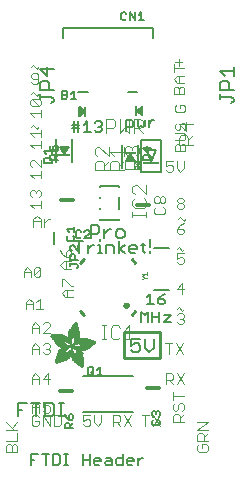
<source format=gbr>
G04 EAGLE Gerber RS-274X export*
G75*
%MOMM*%
%FSLAX34Y34*%
%LPD*%
%INSilkscreen Top*%
%IPPOS*%
%AMOC8*
5,1,8,0,0,1.08239X$1,22.5*%
G01*
%ADD10C,0.101600*%
%ADD11C,0.127000*%
%ADD12C,0.254000*%
%ADD13C,0.152400*%
%ADD14C,0.304800*%
%ADD15C,0.076200*%
%ADD16C,0.203200*%
%ADD17R,0.190500X0.889000*%
%ADD18R,1.400000X0.200000*%
%ADD19C,0.025400*%
%ADD20R,0.050800X0.006300*%
%ADD21R,0.082600X0.006400*%
%ADD22R,0.120600X0.006300*%
%ADD23R,0.139700X0.006400*%
%ADD24R,0.158800X0.006300*%
%ADD25R,0.177800X0.006400*%
%ADD26R,0.196800X0.006300*%
%ADD27R,0.215900X0.006400*%
%ADD28R,0.228600X0.006300*%
%ADD29R,0.241300X0.006400*%
%ADD30R,0.254000X0.006300*%
%ADD31R,0.266700X0.006400*%
%ADD32R,0.279400X0.006300*%
%ADD33R,0.285700X0.006400*%
%ADD34R,0.298400X0.006300*%
%ADD35R,0.311200X0.006400*%
%ADD36R,0.317500X0.006300*%
%ADD37R,0.330200X0.006400*%
%ADD38R,0.336600X0.006300*%
%ADD39R,0.349200X0.006400*%
%ADD40R,0.361900X0.006300*%
%ADD41R,0.368300X0.006400*%
%ADD42R,0.381000X0.006300*%
%ADD43R,0.387300X0.006400*%
%ADD44R,0.393700X0.006300*%
%ADD45R,0.406400X0.006400*%
%ADD46R,0.412700X0.006300*%
%ADD47R,0.419100X0.006400*%
%ADD48R,0.431800X0.006300*%
%ADD49R,0.438100X0.006400*%
%ADD50R,0.450800X0.006300*%
%ADD51R,0.457200X0.006400*%
%ADD52R,0.463500X0.006300*%
%ADD53R,0.476200X0.006400*%
%ADD54R,0.482600X0.006300*%
%ADD55R,0.488900X0.006400*%
%ADD56R,0.501600X0.006300*%
%ADD57R,0.508000X0.006400*%
%ADD58R,0.514300X0.006300*%
%ADD59R,0.527000X0.006400*%
%ADD60R,0.533400X0.006300*%
%ADD61R,0.546100X0.006400*%
%ADD62R,0.552400X0.006300*%
%ADD63R,0.558800X0.006400*%
%ADD64R,0.571500X0.006300*%
%ADD65R,0.577800X0.006400*%
%ADD66R,0.584200X0.006300*%
%ADD67R,0.596900X0.006400*%
%ADD68R,0.603200X0.006300*%
%ADD69R,0.609600X0.006400*%
%ADD70R,0.622300X0.006300*%
%ADD71R,0.628600X0.006400*%
%ADD72R,0.641300X0.006300*%
%ADD73R,0.647700X0.006400*%
%ADD74R,0.063500X0.006300*%
%ADD75R,0.654000X0.006300*%
%ADD76R,0.101600X0.006400*%
%ADD77R,0.666700X0.006400*%
%ADD78R,0.139700X0.006300*%
%ADD79R,0.673100X0.006300*%
%ADD80R,0.165100X0.006400*%
%ADD81R,0.679400X0.006400*%
%ADD82R,0.196900X0.006300*%
%ADD83R,0.692100X0.006300*%
%ADD84R,0.222200X0.006400*%
%ADD85R,0.698500X0.006400*%
%ADD86R,0.247700X0.006300*%
%ADD87R,0.704800X0.006300*%
%ADD88R,0.279400X0.006400*%
%ADD89R,0.717500X0.006400*%
%ADD90R,0.298500X0.006300*%
%ADD91R,0.723900X0.006300*%
%ADD92R,0.736600X0.006400*%
%ADD93R,0.342900X0.006300*%
%ADD94R,0.742900X0.006300*%
%ADD95R,0.374700X0.006400*%
%ADD96R,0.749300X0.006400*%
%ADD97R,0.762000X0.006300*%
%ADD98R,0.412700X0.006400*%
%ADD99R,0.768300X0.006400*%
%ADD100R,0.438100X0.006300*%
%ADD101R,0.774700X0.006300*%
%ADD102R,0.463600X0.006400*%
%ADD103R,0.787400X0.006400*%
%ADD104R,0.793700X0.006300*%
%ADD105R,0.495300X0.006400*%
%ADD106R,0.800100X0.006400*%
%ADD107R,0.520700X0.006300*%
%ADD108R,0.812800X0.006300*%
%ADD109R,0.533400X0.006400*%
%ADD110R,0.819100X0.006400*%
%ADD111R,0.558800X0.006300*%
%ADD112R,0.825500X0.006300*%
%ADD113R,0.577900X0.006400*%
%ADD114R,0.831800X0.006400*%
%ADD115R,0.596900X0.006300*%
%ADD116R,0.844500X0.006300*%
%ADD117R,0.616000X0.006400*%
%ADD118R,0.850900X0.006400*%
%ADD119R,0.635000X0.006300*%
%ADD120R,0.857200X0.006300*%
%ADD121R,0.654100X0.006400*%
%ADD122R,0.863600X0.006400*%
%ADD123R,0.666700X0.006300*%
%ADD124R,0.869900X0.006300*%
%ADD125R,0.685800X0.006400*%
%ADD126R,0.876300X0.006400*%
%ADD127R,0.882600X0.006300*%
%ADD128R,0.723900X0.006400*%
%ADD129R,0.889000X0.006400*%
%ADD130R,0.895300X0.006300*%
%ADD131R,0.755700X0.006400*%
%ADD132R,0.901700X0.006400*%
%ADD133R,0.908000X0.006300*%
%ADD134R,0.793800X0.006400*%
%ADD135R,0.914400X0.006400*%
%ADD136R,0.806400X0.006300*%
%ADD137R,0.920700X0.006300*%
%ADD138R,0.825500X0.006400*%
%ADD139R,0.927100X0.006400*%
%ADD140R,0.933400X0.006300*%
%ADD141R,0.857300X0.006400*%
%ADD142R,0.939800X0.006400*%
%ADD143R,0.870000X0.006300*%
%ADD144R,0.939800X0.006300*%
%ADD145R,0.946100X0.006400*%
%ADD146R,0.952500X0.006300*%
%ADD147R,0.908000X0.006400*%
%ADD148R,0.958800X0.006400*%
%ADD149R,0.965200X0.006300*%
%ADD150R,0.965200X0.006400*%
%ADD151R,0.971500X0.006300*%
%ADD152R,0.952500X0.006400*%
%ADD153R,0.977900X0.006400*%
%ADD154R,0.958800X0.006300*%
%ADD155R,0.984200X0.006300*%
%ADD156R,0.971500X0.006400*%
%ADD157R,0.984200X0.006400*%
%ADD158R,0.990600X0.006300*%
%ADD159R,0.984300X0.006400*%
%ADD160R,0.996900X0.006400*%
%ADD161R,0.997000X0.006300*%
%ADD162R,0.996900X0.006300*%
%ADD163R,1.003300X0.006400*%
%ADD164R,1.016000X0.006300*%
%ADD165R,1.009600X0.006300*%
%ADD166R,1.016000X0.006400*%
%ADD167R,1.009600X0.006400*%
%ADD168R,1.022300X0.006300*%
%ADD169R,1.028700X0.006400*%
%ADD170R,1.035100X0.006300*%
%ADD171R,1.047800X0.006400*%
%ADD172R,1.054100X0.006300*%
%ADD173R,1.028700X0.006300*%
%ADD174R,1.054100X0.006400*%
%ADD175R,1.035000X0.006400*%
%ADD176R,1.060400X0.006300*%
%ADD177R,1.035000X0.006300*%
%ADD178R,1.060500X0.006400*%
%ADD179R,1.041400X0.006400*%
%ADD180R,1.066800X0.006300*%
%ADD181R,1.041400X0.006300*%
%ADD182R,1.079500X0.006400*%
%ADD183R,1.047700X0.006400*%
%ADD184R,1.085900X0.006300*%
%ADD185R,1.047700X0.006300*%
%ADD186R,1.085800X0.006400*%
%ADD187R,1.092200X0.006300*%
%ADD188R,1.085900X0.006400*%
%ADD189R,1.098600X0.006300*%
%ADD190R,1.098600X0.006400*%
%ADD191R,1.060400X0.006400*%
%ADD192R,1.104900X0.006300*%
%ADD193R,1.104900X0.006400*%
%ADD194R,1.066800X0.006400*%
%ADD195R,1.111200X0.006300*%
%ADD196R,1.117600X0.006400*%
%ADD197R,1.117600X0.006300*%
%ADD198R,1.073100X0.006300*%
%ADD199R,1.073100X0.006400*%
%ADD200R,1.124000X0.006300*%
%ADD201R,1.079500X0.006300*%
%ADD202R,1.123900X0.006400*%
%ADD203R,1.130300X0.006300*%
%ADD204R,1.130300X0.006400*%
%ADD205R,1.136700X0.006400*%
%ADD206R,1.136700X0.006300*%
%ADD207R,1.085800X0.006300*%
%ADD208R,1.136600X0.006400*%
%ADD209R,1.136600X0.006300*%
%ADD210R,1.143000X0.006400*%
%ADD211R,1.143000X0.006300*%
%ADD212R,1.149400X0.006300*%
%ADD213R,1.149300X0.006300*%
%ADD214R,1.149300X0.006400*%
%ADD215R,1.149400X0.006400*%
%ADD216R,1.155700X0.006400*%
%ADD217R,1.155700X0.006300*%
%ADD218R,1.060500X0.006300*%
%ADD219R,2.197100X0.006400*%
%ADD220R,2.197100X0.006300*%
%ADD221R,2.184400X0.006300*%
%ADD222R,2.184400X0.006400*%
%ADD223R,2.171700X0.006400*%
%ADD224R,2.171700X0.006300*%
%ADD225R,1.530300X0.006400*%
%ADD226R,1.505000X0.006300*%
%ADD227R,1.492300X0.006400*%
%ADD228R,1.485900X0.006300*%
%ADD229R,0.565200X0.006300*%
%ADD230R,1.473200X0.006400*%
%ADD231R,0.565200X0.006400*%
%ADD232R,1.460500X0.006300*%
%ADD233R,1.454100X0.006400*%
%ADD234R,0.552400X0.006400*%
%ADD235R,1.441500X0.006300*%
%ADD236R,0.546100X0.006300*%
%ADD237R,1.435100X0.006400*%
%ADD238R,0.539800X0.006400*%
%ADD239R,1.428800X0.006300*%
%ADD240R,1.422400X0.006400*%
%ADD241R,1.409700X0.006300*%
%ADD242R,0.527100X0.006300*%
%ADD243R,1.403300X0.006400*%
%ADD244R,0.527100X0.006400*%
%ADD245R,1.390700X0.006300*%
%ADD246R,1.384300X0.006400*%
%ADD247R,0.520700X0.006400*%
%ADD248R,1.384300X0.006300*%
%ADD249R,0.514400X0.006300*%
%ADD250R,1.371600X0.006400*%
%ADD251R,1.365200X0.006300*%
%ADD252R,0.508000X0.006300*%
%ADD253R,1.352600X0.006400*%
%ADD254R,0.501700X0.006400*%
%ADD255R,0.711200X0.006300*%
%ADD256R,0.603300X0.006300*%
%ADD257R,0.501700X0.006300*%
%ADD258R,0.692100X0.006400*%
%ADD259R,0.571500X0.006400*%
%ADD260R,0.679400X0.006300*%
%ADD261R,0.495300X0.006300*%
%ADD262R,0.673100X0.006400*%
%ADD263R,0.666800X0.006300*%
%ADD264R,0.488900X0.006300*%
%ADD265R,0.660400X0.006400*%
%ADD266R,0.482600X0.006400*%
%ADD267R,0.476200X0.006300*%
%ADD268R,0.654000X0.006400*%
%ADD269R,0.469900X0.006400*%
%ADD270R,0.476300X0.006400*%
%ADD271R,0.647700X0.006300*%
%ADD272R,0.457200X0.006300*%
%ADD273R,0.469900X0.006300*%
%ADD274R,0.641300X0.006400*%
%ADD275R,0.444500X0.006400*%
%ADD276R,0.463600X0.006300*%
%ADD277R,0.635000X0.006400*%
%ADD278R,0.463500X0.006400*%
%ADD279R,0.393700X0.006400*%
%ADD280R,0.450800X0.006400*%
%ADD281R,0.628600X0.006300*%
%ADD282R,0.387400X0.006300*%
%ADD283R,0.450900X0.006300*%
%ADD284R,0.628700X0.006400*%
%ADD285R,0.374600X0.006400*%
%ADD286R,0.368300X0.006300*%
%ADD287R,0.438200X0.006300*%
%ADD288R,0.622300X0.006400*%
%ADD289R,0.355600X0.006400*%
%ADD290R,0.431800X0.006400*%
%ADD291R,0.349300X0.006300*%
%ADD292R,0.425400X0.006300*%
%ADD293R,0.615900X0.006300*%
%ADD294R,0.330200X0.006300*%
%ADD295R,0.419100X0.006300*%
%ADD296R,0.616000X0.006300*%
%ADD297R,0.311200X0.006300*%
%ADD298R,0.406400X0.006300*%
%ADD299R,0.615900X0.006400*%
%ADD300R,0.304800X0.006400*%
%ADD301R,0.158800X0.006400*%
%ADD302R,0.609600X0.006300*%
%ADD303R,0.292100X0.006300*%
%ADD304R,0.235000X0.006300*%
%ADD305R,0.387400X0.006400*%
%ADD306R,0.292100X0.006400*%
%ADD307R,0.336500X0.006300*%
%ADD308R,0.260400X0.006300*%
%ADD309R,0.603300X0.006400*%
%ADD310R,0.260400X0.006400*%
%ADD311R,0.362000X0.006400*%
%ADD312R,0.450900X0.006400*%
%ADD313R,0.355600X0.006300*%
%ADD314R,0.342900X0.006400*%
%ADD315R,0.514300X0.006400*%
%ADD316R,0.234900X0.006300*%
%ADD317R,0.539700X0.006300*%
%ADD318R,0.603200X0.006400*%
%ADD319R,0.234900X0.006400*%
%ADD320R,0.920700X0.006400*%
%ADD321R,0.958900X0.006400*%
%ADD322R,0.215900X0.006300*%
%ADD323R,0.209600X0.006400*%
%ADD324R,0.203200X0.006300*%
%ADD325R,1.003300X0.006300*%
%ADD326R,0.203200X0.006400*%
%ADD327R,0.196900X0.006400*%
%ADD328R,0.190500X0.006300*%
%ADD329R,0.190500X0.006400*%
%ADD330R,0.184200X0.006300*%
%ADD331R,0.590500X0.006400*%
%ADD332R,0.184200X0.006400*%
%ADD333R,0.590500X0.006300*%
%ADD334R,0.177800X0.006300*%
%ADD335R,0.584200X0.006400*%
%ADD336R,1.168400X0.006400*%
%ADD337R,0.171500X0.006300*%
%ADD338R,1.187500X0.006300*%
%ADD339R,1.200100X0.006400*%
%ADD340R,0.577800X0.006300*%
%ADD341R,1.212900X0.006300*%
%ADD342R,1.231900X0.006400*%
%ADD343R,1.250900X0.006300*%
%ADD344R,0.565100X0.006400*%
%ADD345R,0.184100X0.006400*%
%ADD346R,1.263700X0.006400*%
%ADD347R,0.565100X0.006300*%
%ADD348R,1.289100X0.006300*%
%ADD349R,1.314400X0.006400*%
%ADD350R,0.552500X0.006300*%
%ADD351R,1.568500X0.006300*%
%ADD352R,0.552500X0.006400*%
%ADD353R,1.581200X0.006400*%
%ADD354R,1.593800X0.006300*%
%ADD355R,1.606500X0.006400*%
%ADD356R,1.619300X0.006300*%
%ADD357R,0.514400X0.006400*%
%ADD358R,1.638300X0.006400*%
%ADD359R,1.657300X0.006300*%
%ADD360R,2.209800X0.006400*%
%ADD361R,2.425700X0.006300*%
%ADD362R,2.470100X0.006400*%
%ADD363R,2.501900X0.006300*%
%ADD364R,2.533700X0.006400*%
%ADD365R,2.559000X0.006300*%
%ADD366R,2.584500X0.006400*%
%ADD367R,2.609900X0.006300*%
%ADD368R,2.628900X0.006400*%
%ADD369R,2.660600X0.006300*%
%ADD370R,2.673400X0.006400*%
%ADD371R,1.422400X0.006300*%
%ADD372R,1.200200X0.006300*%
%ADD373R,1.365300X0.006300*%
%ADD374R,1.365300X0.006400*%
%ADD375R,1.352500X0.006300*%
%ADD376R,1.098500X0.006300*%
%ADD377R,1.358900X0.006400*%
%ADD378R,1.352600X0.006300*%
%ADD379R,1.358900X0.006300*%
%ADD380R,1.371600X0.006300*%
%ADD381R,1.377900X0.006400*%
%ADD382R,1.397000X0.006400*%
%ADD383R,1.403300X0.006300*%
%ADD384R,0.914400X0.006300*%
%ADD385R,0.876300X0.006300*%
%ADD386R,0.374600X0.006300*%
%ADD387R,1.073200X0.006400*%
%ADD388R,0.374700X0.006300*%
%ADD389R,0.844600X0.006400*%
%ADD390R,0.844600X0.006300*%
%ADD391R,0.831900X0.006400*%
%ADD392R,1.092200X0.006400*%
%ADD393R,0.400000X0.006300*%
%ADD394R,0.819200X0.006400*%
%ADD395R,1.111300X0.006400*%
%ADD396R,0.812800X0.006400*%
%ADD397R,0.800100X0.006300*%
%ADD398R,0.476300X0.006300*%
%ADD399R,1.181100X0.006300*%
%ADD400R,0.501600X0.006400*%
%ADD401R,1.193800X0.006400*%
%ADD402R,0.781000X0.006400*%
%ADD403R,1.238200X0.006400*%
%ADD404R,0.781100X0.006300*%
%ADD405R,1.257300X0.006300*%
%ADD406R,1.295400X0.006400*%
%ADD407R,1.333500X0.006300*%
%ADD408R,0.774700X0.006400*%
%ADD409R,1.866900X0.006400*%
%ADD410R,0.209600X0.006300*%
%ADD411R,1.866900X0.006300*%
%ADD412R,0.768400X0.006400*%
%ADD413R,0.209500X0.006400*%
%ADD414R,1.860600X0.006400*%
%ADD415R,0.762000X0.006400*%
%ADD416R,0.768400X0.006300*%
%ADD417R,1.860600X0.006300*%
%ADD418R,1.860500X0.006400*%
%ADD419R,0.222300X0.006300*%
%ADD420R,1.854200X0.006300*%
%ADD421R,0.235000X0.006400*%
%ADD422R,1.854200X0.006400*%
%ADD423R,0.768300X0.006300*%
%ADD424R,0.260300X0.006400*%
%ADD425R,1.847800X0.006400*%
%ADD426R,0.266700X0.006300*%
%ADD427R,1.847800X0.006300*%
%ADD428R,0.273100X0.006400*%
%ADD429R,1.841500X0.006400*%
%ADD430R,0.285800X0.006300*%
%ADD431R,1.841500X0.006300*%
%ADD432R,0.298500X0.006400*%
%ADD433R,1.835100X0.006400*%
%ADD434R,0.781000X0.006300*%
%ADD435R,0.304800X0.006300*%
%ADD436R,1.835100X0.006300*%
%ADD437R,0.317500X0.006400*%
%ADD438R,1.828800X0.006400*%
%ADD439R,0.787400X0.006300*%
%ADD440R,0.323800X0.006300*%
%ADD441R,1.828800X0.006300*%
%ADD442R,0.793700X0.006400*%
%ADD443R,1.822400X0.006400*%
%ADD444R,0.806500X0.006300*%
%ADD445R,1.822400X0.006300*%
%ADD446R,1.816100X0.006400*%
%ADD447R,0.819100X0.006300*%
%ADD448R,0.387300X0.006300*%
%ADD449R,1.816100X0.006300*%
%ADD450R,1.809800X0.006400*%
%ADD451R,1.803400X0.006300*%
%ADD452R,1.797000X0.006400*%
%ADD453R,0.901700X0.006300*%
%ADD454R,1.797000X0.006300*%
%ADD455R,1.441400X0.006400*%
%ADD456R,1.790700X0.006400*%
%ADD457R,1.447800X0.006300*%
%ADD458R,1.784300X0.006300*%
%ADD459R,1.447800X0.006400*%
%ADD460R,1.784300X0.006400*%
%ADD461R,1.454100X0.006300*%
%ADD462R,1.771700X0.006300*%
%ADD463R,1.460500X0.006400*%
%ADD464R,1.759000X0.006400*%
%ADD465R,1.466800X0.006300*%
%ADD466R,1.752600X0.006300*%
%ADD467R,1.466800X0.006400*%
%ADD468R,1.739900X0.006400*%
%ADD469R,1.473200X0.006300*%
%ADD470R,1.727200X0.006300*%
%ADD471R,1.479500X0.006400*%
%ADD472R,1.714500X0.006400*%
%ADD473R,1.695400X0.006300*%
%ADD474R,1.485900X0.006400*%
%ADD475R,1.682700X0.006400*%
%ADD476R,1.492200X0.006300*%
%ADD477R,1.663700X0.006300*%
%ADD478R,1.498600X0.006400*%
%ADD479R,1.644600X0.006400*%
%ADD480R,1.498600X0.006300*%
%ADD481R,1.619200X0.006300*%
%ADD482R,1.511300X0.006400*%
%ADD483R,1.600200X0.006400*%
%ADD484R,1.517700X0.006300*%
%ADD485R,1.574800X0.006300*%
%ADD486R,1.524000X0.006400*%
%ADD487R,1.555800X0.006400*%
%ADD488R,1.524000X0.006300*%
%ADD489R,1.536700X0.006300*%
%ADD490R,1.530400X0.006400*%
%ADD491R,1.517700X0.006400*%
%ADD492R,1.492300X0.006300*%
%ADD493R,1.549400X0.006400*%
%ADD494R,1.479600X0.006400*%
%ADD495R,1.549400X0.006300*%
%ADD496R,1.555700X0.006400*%
%ADD497R,1.562100X0.006300*%
%ADD498R,0.323900X0.006300*%
%ADD499R,1.568400X0.006400*%
%ADD500R,0.336600X0.006400*%
%ADD501R,1.587500X0.006300*%
%ADD502R,0.971600X0.006300*%
%ADD503R,0.349300X0.006400*%
%ADD504R,1.600200X0.006300*%
%ADD505R,0.920800X0.006300*%
%ADD506R,0.882700X0.006400*%
%ADD507R,1.612900X0.006300*%
%ADD508R,0.362000X0.006300*%
%ADD509R,1.625600X0.006400*%
%ADD510R,1.625600X0.006300*%
%ADD511R,1.644600X0.006300*%
%ADD512R,0.736600X0.006300*%
%ADD513R,0.717600X0.006400*%
%ADD514R,1.657400X0.006300*%
%ADD515R,0.679500X0.006300*%
%ADD516R,1.663700X0.006400*%
%ADD517R,0.400000X0.006400*%
%ADD518R,1.676400X0.006300*%
%ADD519R,1.676400X0.006400*%
%ADD520R,0.425500X0.006400*%
%ADD521R,1.352500X0.006400*%
%ADD522R,0.444500X0.006300*%
%ADD523R,0.361900X0.006400*%
%ADD524R,0.088900X0.006300*%
%ADD525R,1.009700X0.006300*%
%ADD526R,1.009700X0.006400*%
%ADD527R,1.022300X0.006400*%
%ADD528R,1.346200X0.006400*%
%ADD529R,1.346200X0.006300*%
%ADD530R,1.339900X0.006400*%
%ADD531R,1.035100X0.006400*%
%ADD532R,1.339800X0.006300*%
%ADD533R,1.333500X0.006400*%
%ADD534R,1.327200X0.006400*%
%ADD535R,1.320800X0.006300*%
%ADD536R,1.314500X0.006400*%
%ADD537R,1.314400X0.006300*%
%ADD538R,1.301700X0.006400*%
%ADD539R,1.295400X0.006300*%
%ADD540R,1.289000X0.006400*%
%ADD541R,1.276300X0.006300*%
%ADD542R,1.251000X0.006300*%
%ADD543R,1.244600X0.006400*%
%ADD544R,1.231900X0.006300*%
%ADD545R,1.212800X0.006400*%
%ADD546R,1.200100X0.006300*%
%ADD547R,1.187400X0.006400*%
%ADD548R,1.168400X0.006300*%
%ADD549R,1.047800X0.006300*%
%ADD550R,0.977900X0.006300*%
%ADD551R,0.946200X0.006400*%
%ADD552R,0.933400X0.006400*%
%ADD553R,0.895300X0.006400*%
%ADD554R,0.882700X0.006300*%
%ADD555R,0.863600X0.006300*%
%ADD556R,0.857200X0.006400*%
%ADD557R,0.850900X0.006300*%
%ADD558R,0.838200X0.006300*%
%ADD559R,0.806500X0.006400*%
%ADD560R,0.717600X0.006300*%
%ADD561R,0.711200X0.006400*%
%ADD562R,0.641400X0.006400*%
%ADD563R,0.641400X0.006300*%
%ADD564R,0.628700X0.006300*%
%ADD565R,0.590600X0.006300*%
%ADD566R,0.539700X0.006400*%
%ADD567R,0.285700X0.006300*%
%ADD568R,0.222200X0.006300*%
%ADD569R,0.171400X0.006300*%
%ADD570R,0.152400X0.006400*%
%ADD571R,0.133400X0.006300*%
%ADD572R,1.000000X0.200000*%

G36*
X-24073Y284994D02*
X-24073Y284994D01*
X-24055Y284992D01*
X-23953Y285020D01*
X-23850Y285042D01*
X-23835Y285051D01*
X-23818Y285056D01*
X-23673Y285141D01*
X-18593Y288951D01*
X-18590Y288954D01*
X-18587Y288956D01*
X-18505Y289043D01*
X-18423Y289128D01*
X-18421Y289132D01*
X-18418Y289135D01*
X-18368Y289244D01*
X-18318Y289351D01*
X-18318Y289355D01*
X-18316Y289359D01*
X-18303Y289477D01*
X-18290Y289595D01*
X-18290Y289599D01*
X-18290Y289604D01*
X-18316Y289720D01*
X-18341Y289836D01*
X-18343Y289840D01*
X-18344Y289844D01*
X-18405Y289946D01*
X-18466Y290048D01*
X-18469Y290051D01*
X-18471Y290054D01*
X-18593Y290169D01*
X-23673Y293979D01*
X-23689Y293987D01*
X-23702Y294000D01*
X-23717Y294007D01*
X-23725Y294013D01*
X-23775Y294033D01*
X-23798Y294044D01*
X-23891Y294093D01*
X-23909Y294096D01*
X-23925Y294103D01*
X-24030Y294115D01*
X-24134Y294131D01*
X-24152Y294128D01*
X-24169Y294130D01*
X-24272Y294108D01*
X-24377Y294090D01*
X-24392Y294082D01*
X-24410Y294078D01*
X-24500Y294024D01*
X-24594Y293974D01*
X-24606Y293961D01*
X-24621Y293952D01*
X-24690Y293872D01*
X-24762Y293795D01*
X-24769Y293778D01*
X-24781Y293765D01*
X-24820Y293667D01*
X-24864Y293571D01*
X-24866Y293553D01*
X-24873Y293537D01*
X-24891Y293370D01*
X-24891Y285750D01*
X-24888Y285732D01*
X-24890Y285715D01*
X-24869Y285611D01*
X-24852Y285507D01*
X-24843Y285492D01*
X-24840Y285474D01*
X-24786Y285383D01*
X-24736Y285290D01*
X-24724Y285278D01*
X-24715Y285262D01*
X-24635Y285193D01*
X-24558Y285121D01*
X-24542Y285113D01*
X-24528Y285101D01*
X-24431Y285061D01*
X-24335Y285017D01*
X-24317Y285015D01*
X-24301Y285008D01*
X-24195Y285001D01*
X-24091Y284990D01*
X-24073Y284994D01*
G37*
G36*
X29232Y285627D02*
X29232Y285627D01*
X29249Y285625D01*
X29352Y285647D01*
X29457Y285665D01*
X29472Y285673D01*
X29490Y285677D01*
X29580Y285731D01*
X29674Y285781D01*
X29686Y285794D01*
X29701Y285803D01*
X29770Y285883D01*
X29842Y285960D01*
X29849Y285977D01*
X29861Y285990D01*
X29900Y286088D01*
X29944Y286184D01*
X29946Y286202D01*
X29953Y286218D01*
X29971Y286385D01*
X29971Y294005D01*
X29969Y294022D01*
X29970Y294037D01*
X29970Y294040D01*
X29949Y294144D01*
X29932Y294248D01*
X29923Y294263D01*
X29920Y294281D01*
X29866Y294372D01*
X29816Y294465D01*
X29804Y294477D01*
X29795Y294493D01*
X29715Y294562D01*
X29638Y294635D01*
X29622Y294642D01*
X29608Y294654D01*
X29511Y294694D01*
X29415Y294738D01*
X29397Y294740D01*
X29381Y294747D01*
X29275Y294754D01*
X29171Y294765D01*
X29153Y294761D01*
X29135Y294763D01*
X29033Y294735D01*
X28960Y294719D01*
X28957Y294719D01*
X28930Y294713D01*
X28915Y294704D01*
X28898Y294699D01*
X28753Y294614D01*
X23673Y290804D01*
X23670Y290801D01*
X23667Y290799D01*
X23585Y290712D01*
X23503Y290627D01*
X23501Y290623D01*
X23498Y290620D01*
X23448Y290511D01*
X23398Y290404D01*
X23398Y290400D01*
X23396Y290396D01*
X23383Y290278D01*
X23370Y290160D01*
X23370Y290156D01*
X23370Y290151D01*
X23396Y290035D01*
X23421Y289919D01*
X23423Y289915D01*
X23424Y289911D01*
X23485Y289809D01*
X23546Y289707D01*
X23549Y289704D01*
X23551Y289701D01*
X23673Y289586D01*
X28753Y285776D01*
X28769Y285768D01*
X28782Y285756D01*
X28878Y285711D01*
X28971Y285662D01*
X28989Y285659D01*
X29005Y285652D01*
X29110Y285640D01*
X29214Y285624D01*
X29232Y285627D01*
G37*
G36*
X-36714Y254535D02*
X-36714Y254535D01*
X-36687Y254535D01*
X-36576Y254567D01*
X-36463Y254593D01*
X-36440Y254606D01*
X-36414Y254614D01*
X-36316Y254676D01*
X-36215Y254732D01*
X-36199Y254750D01*
X-36174Y254765D01*
X-35989Y254973D01*
X-35985Y254977D01*
X-33985Y257977D01*
X-33954Y258041D01*
X-33915Y258101D01*
X-33893Y258169D01*
X-33862Y258233D01*
X-33850Y258304D01*
X-33829Y258372D01*
X-33827Y258443D01*
X-33815Y258514D01*
X-33823Y258585D01*
X-33821Y258656D01*
X-33839Y258725D01*
X-33848Y258796D01*
X-33875Y258862D01*
X-33893Y258931D01*
X-33930Y258992D01*
X-33957Y259058D01*
X-34002Y259114D01*
X-34039Y259176D01*
X-34090Y259225D01*
X-34135Y259280D01*
X-34194Y259321D01*
X-34246Y259370D01*
X-34309Y259403D01*
X-34367Y259444D01*
X-34435Y259467D01*
X-34499Y259500D01*
X-34558Y259510D01*
X-34636Y259537D01*
X-34755Y259543D01*
X-34830Y259555D01*
X-38830Y259555D01*
X-38901Y259545D01*
X-38973Y259545D01*
X-39041Y259525D01*
X-39112Y259515D01*
X-39177Y259486D01*
X-39246Y259466D01*
X-39306Y259428D01*
X-39371Y259399D01*
X-39426Y259353D01*
X-39486Y259315D01*
X-39534Y259262D01*
X-39588Y259216D01*
X-39628Y259156D01*
X-39675Y259102D01*
X-39706Y259038D01*
X-39746Y258979D01*
X-39767Y258911D01*
X-39798Y258846D01*
X-39810Y258776D01*
X-39831Y258708D01*
X-39833Y258636D01*
X-39845Y258566D01*
X-39837Y258495D01*
X-39839Y258424D01*
X-39820Y258354D01*
X-39812Y258283D01*
X-39787Y258228D01*
X-39767Y258149D01*
X-39706Y258046D01*
X-39675Y257977D01*
X-37675Y254977D01*
X-37598Y254890D01*
X-37525Y254800D01*
X-37503Y254785D01*
X-37485Y254765D01*
X-37388Y254703D01*
X-37293Y254636D01*
X-37267Y254628D01*
X-37245Y254613D01*
X-37134Y254581D01*
X-37024Y254543D01*
X-36997Y254542D01*
X-36972Y254535D01*
X-36856Y254535D01*
X-36740Y254529D01*
X-36714Y254535D01*
G37*
G36*
X21121Y248455D02*
X21121Y248455D01*
X21193Y248455D01*
X21261Y248475D01*
X21332Y248485D01*
X21397Y248514D01*
X21466Y248534D01*
X21526Y248572D01*
X21591Y248601D01*
X21646Y248647D01*
X21706Y248685D01*
X21754Y248739D01*
X21808Y248785D01*
X21848Y248844D01*
X21895Y248898D01*
X21926Y248962D01*
X21966Y249021D01*
X21987Y249090D01*
X22018Y249154D01*
X22030Y249224D01*
X22051Y249292D01*
X22053Y249364D01*
X22065Y249435D01*
X22057Y249505D01*
X22059Y249576D01*
X22040Y249646D01*
X22032Y249717D01*
X22007Y249772D01*
X21987Y249851D01*
X21926Y249954D01*
X21895Y250023D01*
X19895Y253023D01*
X19818Y253110D01*
X19745Y253200D01*
X19723Y253215D01*
X19705Y253235D01*
X19608Y253297D01*
X19513Y253364D01*
X19487Y253372D01*
X19465Y253387D01*
X19354Y253419D01*
X19244Y253457D01*
X19217Y253458D01*
X19192Y253465D01*
X19076Y253465D01*
X18960Y253471D01*
X18934Y253465D01*
X18907Y253465D01*
X18796Y253433D01*
X18683Y253407D01*
X18660Y253394D01*
X18634Y253386D01*
X18536Y253324D01*
X18435Y253268D01*
X18419Y253250D01*
X18394Y253235D01*
X18209Y253027D01*
X18205Y253023D01*
X16205Y250023D01*
X16174Y249959D01*
X16135Y249899D01*
X16113Y249831D01*
X16082Y249767D01*
X16070Y249696D01*
X16049Y249628D01*
X16047Y249557D01*
X16035Y249487D01*
X16043Y249415D01*
X16041Y249344D01*
X16059Y249275D01*
X16068Y249204D01*
X16095Y249138D01*
X16113Y249069D01*
X16150Y249008D01*
X16177Y248942D01*
X16222Y248886D01*
X16259Y248824D01*
X16310Y248775D01*
X16355Y248720D01*
X16414Y248679D01*
X16466Y248630D01*
X16529Y248597D01*
X16587Y248556D01*
X16655Y248533D01*
X16719Y248500D01*
X16778Y248490D01*
X16856Y248463D01*
X16975Y248457D01*
X17050Y248445D01*
X21050Y248445D01*
X21121Y248455D01*
G37*
D10*
X64897Y304673D02*
X55745Y304673D01*
X55745Y309249D01*
X57271Y310774D01*
X58796Y310774D01*
X60321Y309249D01*
X61846Y310774D01*
X63372Y310774D01*
X64897Y309249D01*
X64897Y304673D01*
X60321Y304673D02*
X60321Y309249D01*
X58796Y314028D02*
X64897Y314028D01*
X58796Y314028D02*
X55745Y317079D01*
X58796Y320129D01*
X64897Y320129D01*
X60321Y320129D02*
X60321Y314028D01*
X64897Y326434D02*
X55745Y326434D01*
X55745Y323383D02*
X55745Y329485D01*
X58160Y295323D02*
X56634Y293798D01*
X56634Y290747D01*
X58160Y289222D01*
X64261Y289222D01*
X65786Y290747D01*
X65786Y293798D01*
X64261Y295323D01*
X61210Y295323D01*
X61210Y292272D01*
X57143Y256421D02*
X65786Y256421D01*
X57143Y256421D02*
X57143Y260742D01*
X58583Y262183D01*
X60024Y262183D01*
X61464Y260742D01*
X62905Y262183D01*
X64345Y262183D01*
X65786Y260742D01*
X65786Y256421D01*
X61464Y256421D02*
X61464Y260742D01*
X64345Y265308D02*
X57143Y265308D01*
X64345Y265308D02*
X65786Y266749D01*
X65786Y269630D01*
X64345Y271070D01*
X57143Y271070D01*
X57143Y278517D02*
X58583Y279958D01*
X57143Y278517D02*
X57143Y275636D01*
X58583Y274196D01*
X60024Y274196D01*
X61464Y275636D01*
X61464Y278517D01*
X62905Y279958D01*
X64345Y279958D01*
X65786Y278517D01*
X65786Y275636D01*
X64345Y274196D01*
X55209Y247785D02*
X49108Y247785D01*
X49108Y243209D01*
X52158Y244734D01*
X53684Y244734D01*
X55209Y243209D01*
X55209Y240158D01*
X53684Y238633D01*
X50633Y238633D01*
X49108Y240158D01*
X58463Y241684D02*
X58463Y247785D01*
X58463Y241684D02*
X61513Y238633D01*
X64564Y241684D01*
X64564Y247785D01*
X59988Y216670D02*
X58463Y215145D01*
X59988Y216670D02*
X63039Y216670D01*
X64564Y215145D01*
X64564Y213619D01*
X63039Y212094D01*
X64564Y210569D01*
X64564Y209043D01*
X63039Y207518D01*
X59988Y207518D01*
X58463Y209043D01*
X58463Y210569D01*
X59988Y212094D01*
X58463Y213619D01*
X58463Y215145D01*
X59988Y212094D02*
X63039Y212094D01*
X64564Y195080D02*
X61513Y193555D01*
X58463Y190504D01*
X58463Y187453D01*
X59988Y185928D01*
X63039Y185928D01*
X64564Y187453D01*
X64564Y188979D01*
X63039Y190504D01*
X58463Y190504D01*
X58463Y169680D02*
X64564Y169680D01*
X58463Y169680D02*
X58463Y165104D01*
X61513Y166629D01*
X63039Y166629D01*
X64564Y165104D01*
X64564Y162053D01*
X63039Y160528D01*
X59988Y160528D01*
X58463Y162053D01*
X63039Y144280D02*
X63039Y135128D01*
X58463Y139704D02*
X63039Y144280D01*
X64564Y139704D02*
X58463Y139704D01*
X59988Y118880D02*
X58463Y117355D01*
X59988Y118880D02*
X63039Y118880D01*
X64564Y117355D01*
X64564Y115829D01*
X63039Y114304D01*
X61513Y114304D01*
X63039Y114304D02*
X64564Y112779D01*
X64564Y111253D01*
X63039Y109728D01*
X59988Y109728D01*
X58463Y111253D01*
X51523Y93480D02*
X51523Y84328D01*
X48473Y93480D02*
X54574Y93480D01*
X57828Y93480D02*
X63929Y84328D01*
X57828Y84328D02*
X63929Y93480D01*
X49108Y68080D02*
X49108Y58928D01*
X49108Y68080D02*
X53684Y68080D01*
X55209Y66555D01*
X55209Y63504D01*
X53684Y61979D01*
X49108Y61979D01*
X52158Y61979D02*
X55209Y58928D01*
X64564Y58928D02*
X58463Y68080D01*
X64564Y68080D02*
X58463Y58928D01*
X-76708Y1652D02*
X-85860Y1652D01*
X-85860Y6228D01*
X-84335Y7754D01*
X-82809Y7754D01*
X-81284Y6228D01*
X-79759Y7754D01*
X-78233Y7754D01*
X-76708Y6228D01*
X-76708Y1652D01*
X-81284Y1652D02*
X-81284Y6228D01*
X-85860Y11008D02*
X-76708Y11008D01*
X-76708Y17109D01*
X-76708Y20363D02*
X-85860Y20363D01*
X-79759Y20363D02*
X-85860Y26464D01*
X-81284Y21888D02*
X-76708Y26464D01*
X75430Y6228D02*
X76956Y7754D01*
X75430Y6228D02*
X75430Y3178D01*
X76956Y1652D01*
X83057Y1652D01*
X84582Y3178D01*
X84582Y6228D01*
X83057Y7754D01*
X80006Y7754D01*
X80006Y4703D01*
X84582Y11008D02*
X75430Y11008D01*
X75430Y15584D01*
X76956Y17109D01*
X80006Y17109D01*
X81531Y15584D01*
X81531Y11008D01*
X81531Y14058D02*
X84582Y17109D01*
X84582Y20363D02*
X75430Y20363D01*
X84582Y26464D01*
X75430Y26464D01*
X64262Y27052D02*
X55110Y27052D01*
X55110Y31628D01*
X56636Y33154D01*
X59686Y33154D01*
X61211Y31628D01*
X61211Y27052D01*
X61211Y30103D02*
X64262Y33154D01*
X55110Y40984D02*
X56636Y42509D01*
X55110Y40984D02*
X55110Y37933D01*
X56636Y36408D01*
X58161Y36408D01*
X59686Y37933D01*
X59686Y40984D01*
X61211Y42509D01*
X62737Y42509D01*
X64262Y40984D01*
X64262Y37933D01*
X62737Y36408D01*
X64262Y48813D02*
X55110Y48813D01*
X55110Y45763D02*
X55110Y51864D01*
X31838Y32520D02*
X31838Y23368D01*
X28788Y32520D02*
X34889Y32520D01*
X38143Y32520D02*
X44244Y23368D01*
X38143Y23368D02*
X44244Y32520D01*
X4658Y32520D02*
X4658Y23368D01*
X4658Y32520D02*
X9234Y32520D01*
X10759Y30995D01*
X10759Y27944D01*
X9234Y26419D01*
X4658Y26419D01*
X7708Y26419D02*
X10759Y23368D01*
X20114Y23368D02*
X14013Y32520D01*
X20114Y32520D02*
X14013Y23368D01*
X-14641Y32520D02*
X-20742Y32520D01*
X-20742Y27944D01*
X-17692Y29469D01*
X-16166Y29469D01*
X-14641Y27944D01*
X-14641Y24893D01*
X-16166Y23368D01*
X-19217Y23368D01*
X-20742Y24893D01*
X-11387Y26419D02*
X-11387Y32520D01*
X-11387Y26419D02*
X-8337Y23368D01*
X-5286Y26419D01*
X-5286Y32520D01*
X-58286Y30995D02*
X-59812Y32520D01*
X-62862Y32520D01*
X-64388Y30995D01*
X-64388Y24893D01*
X-62862Y23368D01*
X-59812Y23368D01*
X-58286Y24893D01*
X-58286Y27944D01*
X-61337Y27944D01*
X-55032Y23368D02*
X-55032Y32520D01*
X-48931Y23368D01*
X-48931Y32520D01*
X-45677Y32520D02*
X-45677Y23368D01*
X-41101Y23368D01*
X-39576Y24893D01*
X-39576Y30995D01*
X-41101Y32520D01*
X-45677Y32520D01*
X-64262Y34798D02*
X-64262Y40899D01*
X-61211Y43950D01*
X-58161Y40899D01*
X-58161Y34798D01*
X-58161Y39374D02*
X-64262Y39374D01*
X-54907Y43950D02*
X-48806Y43950D01*
X-54907Y43950D02*
X-54907Y39374D01*
X-51856Y40899D01*
X-50331Y40899D01*
X-48806Y39374D01*
X-48806Y36323D01*
X-50331Y34798D01*
X-53382Y34798D01*
X-54907Y36323D01*
X-64262Y58928D02*
X-64262Y65029D01*
X-61211Y68080D01*
X-58161Y65029D01*
X-58161Y58928D01*
X-58161Y63504D02*
X-64262Y63504D01*
X-50331Y58928D02*
X-50331Y68080D01*
X-54907Y63504D01*
X-48806Y63504D01*
X-64262Y84328D02*
X-64262Y90429D01*
X-61211Y93480D01*
X-58161Y90429D01*
X-58161Y84328D01*
X-58161Y88904D02*
X-64262Y88904D01*
X-54907Y91955D02*
X-53382Y93480D01*
X-50331Y93480D01*
X-48806Y91955D01*
X-48806Y90429D01*
X-50331Y88904D01*
X-51856Y88904D01*
X-50331Y88904D02*
X-48806Y87379D01*
X-48806Y85853D01*
X-50331Y84328D01*
X-53382Y84328D01*
X-54907Y85853D01*
X-64262Y102108D02*
X-64262Y108209D01*
X-61211Y111260D01*
X-58161Y108209D01*
X-58161Y102108D01*
X-58161Y106684D02*
X-64262Y106684D01*
X-54907Y102108D02*
X-48806Y102108D01*
X-54907Y102108D02*
X-48806Y108209D01*
X-48806Y109735D01*
X-50331Y111260D01*
X-53382Y111260D01*
X-54907Y109735D01*
X-35819Y132588D02*
X-29718Y132588D01*
X-35819Y132588D02*
X-38870Y135639D01*
X-35819Y138689D01*
X-29718Y138689D01*
X-34294Y138689D02*
X-34294Y132588D01*
X-38870Y141943D02*
X-38870Y148044D01*
X-37345Y148044D01*
X-31243Y141943D01*
X-29718Y141943D01*
X-69342Y128444D02*
X-69342Y122682D01*
X-69342Y128444D02*
X-66461Y131325D01*
X-63580Y128444D01*
X-63580Y122682D01*
X-63580Y127004D02*
X-69342Y127004D01*
X-60455Y128444D02*
X-57573Y131325D01*
X-57573Y122682D01*
X-54692Y122682D02*
X-60455Y122682D01*
X-70612Y149733D02*
X-70612Y154987D01*
X-67985Y157614D01*
X-65358Y154987D01*
X-65358Y149733D01*
X-65358Y153673D02*
X-70612Y153673D01*
X-62426Y151046D02*
X-62426Y156300D01*
X-61113Y157614D01*
X-58486Y157614D01*
X-57172Y156300D01*
X-57172Y151046D01*
X-58486Y149733D01*
X-61113Y149733D01*
X-62426Y151046D01*
X-57172Y156300D01*
X-37089Y156718D02*
X-30988Y156718D01*
X-37089Y156718D02*
X-40140Y159769D01*
X-37089Y162819D01*
X-30988Y162819D01*
X-35564Y162819D02*
X-35564Y156718D01*
X-38615Y169124D02*
X-40140Y172174D01*
X-38615Y169124D02*
X-35564Y166073D01*
X-32513Y166073D01*
X-30988Y167598D01*
X-30988Y170649D01*
X-32513Y172174D01*
X-34039Y172174D01*
X-35564Y170649D01*
X-35564Y166073D01*
X-62992Y192278D02*
X-62992Y198379D01*
X-59941Y201430D01*
X-56891Y198379D01*
X-56891Y192278D01*
X-56891Y196854D02*
X-62992Y196854D01*
X-53637Y198379D02*
X-53637Y192278D01*
X-53637Y195329D02*
X-50586Y198379D01*
X-49061Y198379D01*
X-62489Y207858D02*
X-65540Y210908D01*
X-56388Y210908D01*
X-56388Y207858D02*
X-56388Y213959D01*
X-64015Y217213D02*
X-65540Y218738D01*
X-65540Y221789D01*
X-64015Y223314D01*
X-62489Y223314D01*
X-60964Y221789D01*
X-60964Y220263D01*
X-60964Y221789D02*
X-59439Y223314D01*
X-57913Y223314D01*
X-56388Y221789D01*
X-56388Y218738D01*
X-57913Y217213D01*
X-62489Y233258D02*
X-65540Y236308D01*
X-56388Y236308D01*
X-56388Y233258D02*
X-56388Y239359D01*
X-56388Y242613D02*
X-56388Y248714D01*
X-56388Y242613D02*
X-62489Y248714D01*
X-64015Y248714D01*
X-65540Y247189D01*
X-65540Y244138D01*
X-64015Y242613D01*
X-62489Y258658D02*
X-65540Y261708D01*
X-56388Y261708D01*
X-56388Y258658D02*
X-56388Y264759D01*
X-62489Y268013D02*
X-65540Y271063D01*
X-56388Y271063D01*
X-56388Y268013D02*
X-56388Y274114D01*
X58463Y173490D02*
X59988Y175015D01*
X63039Y171965D01*
X64564Y173490D01*
X59733Y198890D02*
X61258Y200415D01*
X64309Y197365D01*
X65834Y198890D01*
X-62489Y284988D02*
X-65540Y288039D01*
X-56388Y288039D01*
X-56388Y291089D02*
X-56388Y284988D01*
X-57913Y294343D02*
X-64015Y294343D01*
X-65540Y295868D01*
X-65540Y298919D01*
X-64015Y300444D01*
X-57913Y300444D01*
X-56388Y298919D01*
X-56388Y295868D01*
X-57913Y294343D01*
X-64015Y300444D01*
X-64727Y304300D02*
X-63202Y305825D01*
X-60151Y302775D01*
X-58626Y304300D01*
X59988Y124215D02*
X58463Y122690D01*
X59988Y124215D02*
X63039Y121165D01*
X64564Y122690D01*
X-64727Y276360D02*
X-63202Y277885D01*
X-60151Y274835D01*
X-58626Y276360D01*
X57193Y331474D02*
X63294Y331474D01*
X60243Y334525D02*
X60243Y328423D01*
D11*
X-24223Y180349D02*
X-24223Y170180D01*
X-20834Y180349D02*
X-27613Y180349D01*
X-17088Y176959D02*
X-17088Y170180D01*
X-17088Y173570D02*
X-13699Y176959D01*
X-12004Y176959D01*
X-8318Y176959D02*
X-6623Y176959D01*
X-6623Y170180D01*
X-8318Y170180D02*
X-4928Y170180D01*
X-6623Y180349D02*
X-6623Y182043D01*
X-1301Y176959D02*
X-1301Y170180D01*
X-1301Y176959D02*
X3783Y176959D01*
X5478Y175264D01*
X5478Y170180D01*
X9223Y170180D02*
X9223Y180349D01*
X9223Y173570D02*
X14308Y170180D01*
X9223Y173570D02*
X14308Y176959D01*
X19688Y170180D02*
X23078Y170180D01*
X19688Y170180D02*
X17994Y171875D01*
X17994Y175264D01*
X19688Y176959D01*
X23078Y176959D01*
X24773Y175264D01*
X24773Y173570D01*
X17994Y173570D01*
X30213Y171875D02*
X30213Y178654D01*
X30213Y171875D02*
X31908Y170180D01*
X31908Y176959D02*
X28518Y176959D01*
X35535Y171875D02*
X35535Y170180D01*
X35535Y175264D02*
X35535Y182043D01*
X27312Y97165D02*
X19685Y97165D01*
X19685Y91445D01*
X23498Y93352D01*
X25405Y93352D01*
X27312Y91445D01*
X27312Y87632D01*
X25405Y85725D01*
X21592Y85725D01*
X19685Y87632D01*
X31379Y89538D02*
X31379Y97165D01*
X31379Y89538D02*
X35192Y85725D01*
X39005Y89538D01*
X39005Y97165D01*
D12*
X13970Y102870D02*
X13970Y81280D01*
X44450Y81280D01*
X44450Y102870D01*
X13970Y102870D01*
D10*
X-63202Y312928D02*
X-64727Y314453D01*
X-63202Y312928D02*
X-60151Y312928D01*
X-58626Y314453D01*
X-58626Y320555D01*
X-60151Y322080D01*
X-63202Y322080D01*
X-64727Y320555D01*
X-64727Y319029D01*
X-63202Y317504D01*
X-58626Y317504D01*
X-64727Y327160D02*
X-63202Y328685D01*
X-60151Y325635D01*
X-58626Y327160D01*
D11*
X-64990Y-627D02*
X-64990Y-9525D01*
X-64990Y-627D02*
X-59058Y-627D01*
X-62024Y-5076D02*
X-64990Y-5076D01*
X-52669Y-9525D02*
X-52669Y-627D01*
X-55635Y-627D02*
X-49703Y-627D01*
X-46279Y-627D02*
X-46279Y-9525D01*
X-41831Y-9525D01*
X-40348Y-8042D01*
X-40348Y-2110D01*
X-41831Y-627D01*
X-46279Y-627D01*
X-36924Y-9525D02*
X-33958Y-9525D01*
X-35441Y-9525D02*
X-35441Y-627D01*
X-36924Y-627D02*
X-33958Y-627D01*
X-21332Y-627D02*
X-21332Y-9525D01*
X-21332Y-5076D02*
X-15401Y-5076D01*
X-15401Y-627D02*
X-15401Y-9525D01*
X-10494Y-9525D02*
X-7528Y-9525D01*
X-10494Y-9525D02*
X-11977Y-8042D01*
X-11977Y-5076D01*
X-10494Y-3593D01*
X-7528Y-3593D01*
X-6045Y-5076D01*
X-6045Y-6559D01*
X-11977Y-6559D01*
X-1139Y-3593D02*
X1827Y-3593D01*
X3310Y-5076D01*
X3310Y-9525D01*
X-1139Y-9525D01*
X-2622Y-8042D01*
X-1139Y-6559D01*
X3310Y-6559D01*
X12665Y-9525D02*
X12665Y-627D01*
X12665Y-9525D02*
X8216Y-9525D01*
X6733Y-8042D01*
X6733Y-5076D01*
X8216Y-3593D01*
X12665Y-3593D01*
X17571Y-9525D02*
X20537Y-9525D01*
X17571Y-9525D02*
X16089Y-8042D01*
X16089Y-5076D01*
X17571Y-3593D01*
X20537Y-3593D01*
X22020Y-5076D01*
X22020Y-6559D01*
X16089Y-6559D01*
X25444Y-9525D02*
X25444Y-3593D01*
X25444Y-6559D02*
X28410Y-3593D01*
X29893Y-3593D01*
X33190Y132297D02*
X36156Y135263D01*
X36156Y126365D01*
X33190Y126365D02*
X39122Y126365D01*
X45511Y133780D02*
X48477Y135263D01*
X45511Y133780D02*
X42545Y130814D01*
X42545Y127848D01*
X44028Y126365D01*
X46994Y126365D01*
X48477Y127848D01*
X48477Y129331D01*
X46994Y130814D01*
X42545Y130814D01*
X28512Y120023D02*
X28512Y111125D01*
X31478Y117057D02*
X28512Y120023D01*
X31478Y117057D02*
X34444Y120023D01*
X34444Y111125D01*
X37867Y111125D02*
X37867Y120023D01*
X37867Y115574D02*
X43799Y115574D01*
X43799Y120023D02*
X43799Y111125D01*
X47223Y117057D02*
X53154Y117057D01*
X47223Y111125D01*
X53154Y111125D01*
D13*
X-14535Y182372D02*
X-14535Y193558D01*
X-8942Y193558D01*
X-7077Y191693D01*
X-7077Y187965D01*
X-8942Y186101D01*
X-14535Y186101D01*
X-2841Y189829D02*
X-2841Y182372D01*
X-2841Y186101D02*
X888Y189829D01*
X2752Y189829D01*
X8769Y182372D02*
X12497Y182372D01*
X14361Y184236D01*
X14361Y187965D01*
X12497Y189829D01*
X8769Y189829D01*
X6904Y187965D01*
X6904Y184236D01*
X8769Y182372D01*
D11*
X15875Y273259D02*
X15875Y282157D01*
X20324Y282157D01*
X21807Y280674D01*
X21807Y277708D01*
X20324Y276225D01*
X15875Y276225D01*
X25230Y277708D02*
X25230Y282157D01*
X25230Y277708D02*
X26713Y276225D01*
X28196Y277708D01*
X29679Y276225D01*
X31162Y277708D01*
X31162Y282157D01*
X34585Y282157D02*
X34585Y276225D01*
X34585Y279191D02*
X37551Y282157D01*
X39034Y282157D01*
X-28362Y281313D02*
X-28362Y272415D01*
X-25396Y272415D02*
X-25396Y281313D01*
X-25396Y278347D02*
X-29845Y278347D01*
X-25396Y278347D02*
X-23913Y278347D01*
X-23913Y275381D02*
X-29845Y275381D01*
X-20490Y278347D02*
X-17524Y281313D01*
X-17524Y272415D01*
X-20490Y272415D02*
X-14558Y272415D01*
X-11135Y279830D02*
X-9652Y281313D01*
X-6686Y281313D01*
X-5203Y279830D01*
X-5203Y278347D01*
X-6686Y276864D01*
X-8169Y276864D01*
X-6686Y276864D02*
X-5203Y275381D01*
X-5203Y273898D01*
X-6686Y272415D01*
X-9652Y272415D01*
X-11135Y273898D01*
D10*
X1768Y240010D02*
X13462Y240010D01*
X1768Y240010D02*
X1768Y245857D01*
X3717Y247806D01*
X7615Y247806D01*
X9564Y245857D01*
X9564Y240010D01*
X9564Y243908D02*
X13462Y247806D01*
X5666Y251704D02*
X1768Y255602D01*
X13462Y255602D01*
X13462Y251704D02*
X13462Y259500D01*
X762Y240010D02*
X-10932Y240010D01*
X-10932Y245857D01*
X-8983Y247806D01*
X-5085Y247806D01*
X-3136Y245857D01*
X-3136Y240010D01*
X-3136Y243908D02*
X762Y247806D01*
X762Y251704D02*
X762Y259500D01*
X762Y251704D02*
X-7034Y259500D01*
X-8983Y259500D01*
X-10932Y257551D01*
X-10932Y253653D01*
X-8983Y251704D01*
D13*
X-6830Y197870D02*
X9370Y197870D01*
X9370Y226310D02*
X-6830Y226310D01*
X9370Y217310D02*
X9370Y206870D01*
X-6830Y216370D02*
X-6830Y217310D01*
X-6830Y207810D02*
X-6830Y206870D01*
X-6830Y225370D02*
X-6830Y226310D01*
X-6830Y198810D02*
X-6830Y197870D01*
X9370Y197870D02*
X9370Y198810D01*
X9370Y225370D02*
X9370Y226310D01*
D10*
X32512Y204362D02*
X32512Y200464D01*
X32512Y202413D02*
X20818Y202413D01*
X20818Y200464D02*
X20818Y204362D01*
X20818Y214107D02*
X22767Y216056D01*
X20818Y214107D02*
X20818Y210209D01*
X22767Y208260D01*
X30563Y208260D01*
X32512Y210209D01*
X32512Y214107D01*
X30563Y216056D01*
X32512Y219954D02*
X32512Y227750D01*
X32512Y219954D02*
X24716Y227750D01*
X22767Y227750D01*
X20818Y225801D01*
X20818Y221903D01*
X22767Y219954D01*
D14*
X25146Y210820D02*
X35306Y210820D01*
D15*
X39349Y207194D02*
X40917Y208761D01*
X39349Y207194D02*
X39349Y204058D01*
X40917Y202491D01*
X47187Y202491D01*
X48755Y204058D01*
X48755Y207194D01*
X47187Y208761D01*
X40917Y211846D02*
X39349Y213413D01*
X39349Y216549D01*
X40917Y218117D01*
X42484Y218117D01*
X44052Y216549D01*
X45620Y218117D01*
X47187Y218117D01*
X48755Y216549D01*
X48755Y213413D01*
X47187Y211846D01*
X45620Y211846D01*
X44052Y213413D01*
X42484Y211846D01*
X40917Y211846D01*
X44052Y213413D02*
X44052Y216549D01*
D10*
X26162Y241280D02*
X14468Y241280D01*
X14468Y247127D01*
X16417Y249076D01*
X20315Y249076D01*
X22264Y247127D01*
X22264Y241280D01*
X22264Y245178D02*
X26162Y249076D01*
X16417Y252974D02*
X14468Y254923D01*
X14468Y258821D01*
X16417Y260770D01*
X18366Y260770D01*
X20315Y258821D01*
X20315Y256872D01*
X20315Y258821D02*
X22264Y260770D01*
X24213Y260770D01*
X26162Y258821D01*
X26162Y254923D01*
X24213Y252974D01*
D16*
X21000Y66054D02*
X-21000Y66054D01*
X-21000Y35546D02*
X21000Y35546D01*
D13*
X-16558Y67694D02*
X-16558Y72100D01*
X-15456Y73202D01*
X-13253Y73202D01*
X-12152Y72100D01*
X-12152Y67694D01*
X-13253Y66592D01*
X-15456Y66592D01*
X-16558Y67694D01*
X-14355Y68795D02*
X-12152Y66592D01*
X-9074Y70998D02*
X-6871Y73202D01*
X-6871Y66592D01*
X-9074Y66592D02*
X-4667Y66592D01*
D10*
X60188Y261600D02*
X71882Y261600D01*
X60188Y261600D02*
X60188Y267447D01*
X62137Y269396D01*
X66035Y269396D01*
X67984Y267447D01*
X67984Y261600D01*
X67984Y265498D02*
X71882Y269396D01*
X71882Y279141D02*
X60188Y279141D01*
X66035Y273294D01*
X66035Y281090D01*
D17*
X24313Y290195D03*
D10*
X-1554Y283347D02*
X-1554Y271653D01*
X-1554Y283347D02*
X4293Y283347D01*
X6242Y281398D01*
X6242Y277500D01*
X4293Y275551D01*
X-1554Y275551D01*
X10140Y271653D02*
X10140Y283347D01*
X14038Y275551D02*
X10140Y271653D01*
X14038Y275551D02*
X17936Y271653D01*
X17936Y283347D01*
X21834Y283347D02*
X21834Y271653D01*
X21834Y283347D02*
X27681Y283347D01*
X29630Y281398D01*
X29630Y277500D01*
X27681Y275551D01*
X21834Y275551D01*
X25732Y275551D02*
X29630Y271653D01*
D13*
X32830Y257222D02*
X36830Y247222D01*
X32830Y257222D02*
X40830Y257222D01*
X36830Y247222D01*
D11*
X28580Y238722D02*
X28580Y265722D01*
X45080Y265722D01*
X45080Y238722D01*
X28580Y238722D01*
D18*
X36830Y246222D03*
D19*
X26703Y241349D02*
X22890Y241349D01*
X26703Y241349D02*
X26703Y243256D01*
X26067Y243891D01*
X23525Y243891D01*
X22890Y243256D01*
X22890Y241349D01*
X26703Y245091D02*
X26703Y247633D01*
X26703Y245091D02*
X24161Y247633D01*
X23525Y247633D01*
X22890Y246998D01*
X22890Y245727D01*
X23525Y245091D01*
D14*
X-29210Y214630D02*
X-39370Y214630D01*
D13*
X-33702Y184510D02*
X-34804Y183409D01*
X-34804Y181205D01*
X-33702Y180104D01*
X-29296Y180104D01*
X-28194Y181205D01*
X-28194Y183409D01*
X-29296Y184510D01*
X-32600Y187588D02*
X-34804Y189791D01*
X-28194Y189791D01*
X-28194Y187588D02*
X-28194Y191994D01*
X-42164Y248684D02*
X-48774Y248684D01*
X-48774Y251989D01*
X-47672Y253090D01*
X-45469Y253090D01*
X-44367Y251989D01*
X-44367Y248684D01*
X-44367Y250887D02*
X-42164Y253090D01*
X-48774Y256168D02*
X-48774Y260574D01*
X-48774Y256168D02*
X-45469Y256168D01*
X-46570Y258371D01*
X-46570Y259473D01*
X-45469Y260574D01*
X-43266Y260574D01*
X-42164Y259473D01*
X-42164Y257269D01*
X-43266Y256168D01*
D17*
X-19233Y289560D03*
D13*
X-38608Y300482D02*
X-38608Y307092D01*
X-35303Y307092D01*
X-34202Y305990D01*
X-34202Y304888D01*
X-35303Y303787D01*
X-34202Y302685D01*
X-34202Y301584D01*
X-35303Y300482D01*
X-38608Y300482D01*
X-38608Y303787D02*
X-35303Y303787D01*
X-31124Y304888D02*
X-28921Y307092D01*
X-28921Y300482D01*
X-31124Y300482D02*
X-26717Y300482D01*
D11*
X17000Y306500D02*
X25000Y306500D01*
X-17000Y306500D02*
X-25000Y306500D01*
X38000Y351500D02*
X38000Y360500D01*
X-38000Y360500D01*
X-38000Y351500D01*
D13*
X14714Y373734D02*
X15816Y372632D01*
X14714Y373734D02*
X12511Y373734D01*
X11410Y372632D01*
X11410Y368226D01*
X12511Y367124D01*
X14714Y367124D01*
X15816Y368226D01*
X18894Y367124D02*
X18894Y373734D01*
X23300Y367124D01*
X23300Y373734D01*
X26378Y371530D02*
X28581Y373734D01*
X28581Y367124D01*
X26378Y367124D02*
X30784Y367124D01*
D12*
X23500Y120470D02*
X20500Y117470D01*
X-20500Y117470D02*
X-23500Y120470D01*
X-23500Y161470D02*
X-20500Y164470D01*
X20500Y164470D02*
X23500Y161470D01*
X14000Y125470D02*
X14002Y125547D01*
X14008Y125624D01*
X14018Y125701D01*
X14032Y125777D01*
X14049Y125852D01*
X14071Y125926D01*
X14096Y125999D01*
X14126Y126071D01*
X14158Y126141D01*
X14195Y126209D01*
X14234Y126275D01*
X14277Y126339D01*
X14324Y126401D01*
X14373Y126460D01*
X14426Y126517D01*
X14481Y126571D01*
X14539Y126622D01*
X14600Y126670D01*
X14663Y126715D01*
X14728Y126756D01*
X14795Y126794D01*
X14864Y126829D01*
X14935Y126859D01*
X15007Y126887D01*
X15081Y126910D01*
X15155Y126930D01*
X15231Y126946D01*
X15307Y126958D01*
X15384Y126966D01*
X15461Y126970D01*
X15539Y126970D01*
X15616Y126966D01*
X15693Y126958D01*
X15769Y126946D01*
X15845Y126930D01*
X15919Y126910D01*
X15993Y126887D01*
X16065Y126859D01*
X16136Y126829D01*
X16205Y126794D01*
X16272Y126756D01*
X16337Y126715D01*
X16400Y126670D01*
X16461Y126622D01*
X16519Y126571D01*
X16574Y126517D01*
X16627Y126460D01*
X16676Y126401D01*
X16723Y126339D01*
X16766Y126275D01*
X16805Y126209D01*
X16842Y126141D01*
X16874Y126071D01*
X16904Y125999D01*
X16929Y125926D01*
X16951Y125852D01*
X16968Y125777D01*
X16982Y125701D01*
X16992Y125624D01*
X16998Y125547D01*
X17000Y125470D01*
X16998Y125393D01*
X16992Y125316D01*
X16982Y125239D01*
X16968Y125163D01*
X16951Y125088D01*
X16929Y125014D01*
X16904Y124941D01*
X16874Y124869D01*
X16842Y124799D01*
X16805Y124731D01*
X16766Y124665D01*
X16723Y124601D01*
X16676Y124539D01*
X16627Y124480D01*
X16574Y124423D01*
X16519Y124369D01*
X16461Y124318D01*
X16400Y124270D01*
X16337Y124225D01*
X16272Y124184D01*
X16205Y124146D01*
X16136Y124111D01*
X16065Y124081D01*
X15993Y124053D01*
X15919Y124030D01*
X15845Y124010D01*
X15769Y123994D01*
X15693Y123982D01*
X15616Y123974D01*
X15539Y123970D01*
X15461Y123970D01*
X15384Y123974D01*
X15307Y123982D01*
X15231Y123994D01*
X15155Y124010D01*
X15081Y124030D01*
X15007Y124053D01*
X14935Y124081D01*
X14864Y124111D01*
X14795Y124146D01*
X14728Y124184D01*
X14663Y124225D01*
X14600Y124270D01*
X14539Y124318D01*
X14481Y124369D01*
X14426Y124423D01*
X14373Y124480D01*
X14324Y124539D01*
X14277Y124601D01*
X14234Y124665D01*
X14195Y124731D01*
X14158Y124799D01*
X14126Y124869D01*
X14096Y124941D01*
X14071Y125014D01*
X14049Y125088D01*
X14032Y125163D01*
X14018Y125239D01*
X14008Y125316D01*
X14002Y125393D01*
X14000Y125470D01*
D10*
X-1378Y97028D02*
X-5276Y97028D01*
X-3327Y97028D02*
X-3327Y108722D01*
X-5276Y108722D02*
X-1378Y108722D01*
X8367Y108722D02*
X10316Y106773D01*
X8367Y108722D02*
X4469Y108722D01*
X2520Y106773D01*
X2520Y98977D01*
X4469Y97028D01*
X8367Y97028D01*
X10316Y98977D01*
X14214Y104824D02*
X18112Y108722D01*
X18112Y97028D01*
X14214Y97028D02*
X22010Y97028D01*
D11*
X-47754Y296515D02*
X-45847Y298422D01*
X-45847Y300328D01*
X-47754Y302235D01*
X-57287Y302235D01*
X-57287Y300328D02*
X-57287Y304142D01*
X-57287Y308209D02*
X-45847Y308209D01*
X-57287Y308209D02*
X-57287Y313929D01*
X-55380Y315836D01*
X-51567Y315836D01*
X-49660Y313929D01*
X-49660Y308209D01*
X-45847Y325623D02*
X-57287Y325623D01*
X-51567Y319903D01*
X-51567Y327529D01*
X-76327Y43063D02*
X-76327Y31623D01*
X-76327Y43063D02*
X-68701Y43063D01*
X-72514Y37343D02*
X-76327Y37343D01*
X-60820Y31623D02*
X-60820Y43063D01*
X-64633Y43063D02*
X-57007Y43063D01*
X-52939Y43063D02*
X-52939Y31623D01*
X-47219Y31623D01*
X-45313Y33530D01*
X-45313Y41156D01*
X-47219Y43063D01*
X-52939Y43063D01*
X-41245Y31623D02*
X-37432Y31623D01*
X-39338Y31623D02*
X-39338Y43063D01*
X-37432Y43063D02*
X-41245Y43063D01*
D16*
X39220Y174210D02*
X52220Y174210D01*
X52220Y138210D02*
X39220Y138210D01*
D19*
X29715Y147447D02*
X29080Y147447D01*
X29715Y147447D02*
X30986Y148718D01*
X29715Y149989D01*
X29080Y149989D01*
X30986Y148718D02*
X32893Y148718D01*
X30351Y151189D02*
X29080Y152460D01*
X32893Y152460D01*
X32893Y151189D02*
X32893Y153731D01*
D11*
X104646Y296515D02*
X106553Y298422D01*
X106553Y300328D01*
X104646Y302235D01*
X95113Y302235D01*
X95113Y300328D02*
X95113Y304142D01*
X95113Y308209D02*
X106553Y308209D01*
X95113Y308209D02*
X95113Y313929D01*
X97020Y315836D01*
X100833Y315836D01*
X102740Y313929D01*
X102740Y308209D01*
X98927Y319903D02*
X95113Y323716D01*
X106553Y323716D01*
X106553Y319903D02*
X106553Y327529D01*
D16*
X-45720Y187960D02*
X-45720Y177800D01*
D13*
X-23873Y188982D02*
X-22772Y187880D01*
X-23873Y188982D02*
X-26076Y188982D01*
X-27178Y187880D01*
X-27178Y183474D01*
X-26076Y182372D01*
X-23873Y182372D01*
X-22772Y183474D01*
X-19694Y182372D02*
X-15287Y182372D01*
X-15287Y186778D02*
X-19694Y182372D01*
X-15287Y186778D02*
X-15287Y187880D01*
X-16389Y188982D01*
X-18592Y188982D01*
X-19694Y187880D01*
D14*
X-30480Y53340D02*
X-40640Y53340D01*
D13*
X-36074Y21354D02*
X-29464Y21354D01*
X-36074Y21354D02*
X-36074Y24659D01*
X-34972Y25760D01*
X-32769Y25760D01*
X-31667Y24659D01*
X-31667Y21354D01*
X-31667Y23557D02*
X-29464Y25760D01*
X-34972Y31041D02*
X-36074Y33244D01*
X-34972Y31041D02*
X-32769Y28838D01*
X-30566Y28838D01*
X-29464Y29939D01*
X-29464Y32143D01*
X-30566Y33244D01*
X-31667Y33244D01*
X-32769Y32143D01*
X-32769Y28838D01*
D14*
X33020Y55880D02*
X43180Y55880D01*
D13*
X38688Y28300D02*
X37586Y27199D01*
X37586Y24995D01*
X38688Y23894D01*
X43094Y23894D01*
X44196Y24995D01*
X44196Y27199D01*
X43094Y28300D01*
X38688Y31378D02*
X37586Y32479D01*
X37586Y34683D01*
X38688Y35784D01*
X39790Y35784D01*
X40891Y34683D01*
X40891Y33581D01*
X40891Y34683D02*
X41993Y35784D01*
X43094Y35784D01*
X44196Y34683D01*
X44196Y32479D01*
X43094Y31378D01*
X-26248Y156872D02*
X-25146Y157973D01*
X-25146Y159075D01*
X-26248Y160176D01*
X-31756Y160176D01*
X-31756Y159075D02*
X-31756Y161278D01*
X-31756Y164356D02*
X-25146Y164356D01*
X-31756Y164356D02*
X-31756Y167661D01*
X-30654Y168762D01*
X-28451Y168762D01*
X-27349Y167661D01*
X-27349Y164356D01*
X-25146Y171840D02*
X-25146Y176246D01*
X-25146Y171840D02*
X-29552Y176246D01*
X-30654Y176246D01*
X-31756Y175145D01*
X-31756Y172941D01*
X-30654Y171840D01*
D20*
X-21622Y72581D03*
D21*
X-21590Y72644D03*
D22*
X-21590Y72708D03*
D23*
X-21622Y72771D03*
D24*
X-21590Y72835D03*
D25*
X-21622Y72898D03*
D26*
X-21590Y72962D03*
D27*
X-21622Y73025D03*
D28*
X-21622Y73089D03*
D29*
X-21686Y73152D03*
D30*
X-21685Y73216D03*
D31*
X-21749Y73279D03*
D32*
X-21749Y73343D03*
D33*
X-21781Y73406D03*
D34*
X-21844Y73470D03*
D35*
X-21844Y73533D03*
D36*
X-21876Y73597D03*
D37*
X-21939Y73660D03*
D38*
X-21971Y73724D03*
D39*
X-21971Y73787D03*
D40*
X-22035Y73851D03*
D41*
X-22067Y73914D03*
D42*
X-22130Y73978D03*
D43*
X-22162Y74041D03*
D44*
X-22194Y74105D03*
D45*
X-22257Y74168D03*
D46*
X-22289Y74232D03*
D47*
X-22321Y74295D03*
D48*
X-22384Y74359D03*
D49*
X-22416Y74422D03*
D50*
X-22479Y74486D03*
D51*
X-22511Y74549D03*
D52*
X-22543Y74613D03*
D53*
X-22606Y74676D03*
D54*
X-22638Y74740D03*
D55*
X-22670Y74803D03*
D56*
X-22733Y74867D03*
D57*
X-22765Y74930D03*
D58*
X-22797Y74994D03*
D59*
X-22860Y75057D03*
D60*
X-22892Y75121D03*
D61*
X-22956Y75184D03*
D62*
X-22987Y75248D03*
D63*
X-23019Y75311D03*
D64*
X-23083Y75375D03*
D65*
X-23114Y75438D03*
D66*
X-23146Y75502D03*
D67*
X-23210Y75565D03*
D68*
X-23241Y75629D03*
D69*
X-23273Y75692D03*
D70*
X-23337Y75756D03*
D71*
X-23368Y75819D03*
D72*
X-23432Y75883D03*
D73*
X-23464Y75946D03*
D74*
X-43276Y76010D03*
D75*
X-23495Y76010D03*
D76*
X-43275Y76073D03*
D77*
X-23559Y76073D03*
D78*
X-43212Y76137D03*
D79*
X-23591Y76137D03*
D80*
X-43149Y76200D03*
D81*
X-23622Y76200D03*
D82*
X-43117Y76264D03*
D83*
X-23686Y76264D03*
D84*
X-43053Y76327D03*
D85*
X-23718Y76327D03*
D86*
X-42990Y76391D03*
D87*
X-23749Y76391D03*
D88*
X-42894Y76454D03*
D89*
X-23813Y76454D03*
D90*
X-42863Y76518D03*
D91*
X-23845Y76518D03*
D37*
X-42767Y76581D03*
D92*
X-23908Y76581D03*
D93*
X-42704Y76645D03*
D94*
X-23940Y76645D03*
D95*
X-42609Y76708D03*
D96*
X-23972Y76708D03*
D44*
X-42514Y76772D03*
D97*
X-24035Y76772D03*
D98*
X-42482Y76835D03*
D99*
X-24067Y76835D03*
D100*
X-42355Y76899D03*
D101*
X-24099Y76899D03*
D102*
X-42291Y76962D03*
D103*
X-24162Y76962D03*
D54*
X-42196Y77026D03*
D104*
X-24194Y77026D03*
D105*
X-42133Y77089D03*
D106*
X-24226Y77089D03*
D107*
X-42006Y77153D03*
D108*
X-24289Y77153D03*
D109*
X-41942Y77216D03*
D110*
X-24321Y77216D03*
D111*
X-41815Y77280D03*
D112*
X-24353Y77280D03*
D113*
X-41720Y77343D03*
D114*
X-24384Y77343D03*
D115*
X-41625Y77407D03*
D116*
X-24448Y77407D03*
D117*
X-41529Y77470D03*
D118*
X-24480Y77470D03*
D119*
X-41434Y77534D03*
D120*
X-24511Y77534D03*
D121*
X-41339Y77597D03*
D122*
X-24543Y77597D03*
D123*
X-41212Y77661D03*
D124*
X-24575Y77661D03*
D125*
X-41116Y77724D03*
D126*
X-24607Y77724D03*
D87*
X-41021Y77788D03*
D127*
X-24638Y77788D03*
D128*
X-40926Y77851D03*
D129*
X-24670Y77851D03*
D94*
X-40831Y77915D03*
D130*
X-24702Y77915D03*
D131*
X-40704Y77978D03*
D132*
X-24734Y77978D03*
D101*
X-40609Y78042D03*
D133*
X-24765Y78042D03*
D134*
X-40513Y78105D03*
D135*
X-24797Y78105D03*
D136*
X-40386Y78169D03*
D137*
X-24829Y78169D03*
D138*
X-40291Y78232D03*
D139*
X-24861Y78232D03*
D116*
X-40196Y78296D03*
D140*
X-24892Y78296D03*
D141*
X-40069Y78359D03*
D142*
X-24924Y78359D03*
D143*
X-40005Y78423D03*
D144*
X-24924Y78423D03*
D129*
X-39910Y78486D03*
D145*
X-24956Y78486D03*
D130*
X-39815Y78550D03*
D146*
X-24988Y78550D03*
D147*
X-39751Y78613D03*
D148*
X-25019Y78613D03*
D137*
X-39688Y78677D03*
D149*
X-25051Y78677D03*
D139*
X-39593Y78740D03*
D150*
X-25051Y78740D03*
D144*
X-39529Y78804D03*
D151*
X-25083Y78804D03*
D152*
X-39466Y78867D03*
D153*
X-25115Y78867D03*
D154*
X-39370Y78931D03*
D155*
X-25146Y78931D03*
D156*
X-39307Y78994D03*
D157*
X-25146Y78994D03*
D155*
X-39243Y79058D03*
D158*
X-25178Y79058D03*
D159*
X-39180Y79121D03*
D160*
X-25210Y79121D03*
D161*
X-39116Y79185D03*
D162*
X-25210Y79185D03*
D163*
X-39085Y79248D03*
X-25242Y79248D03*
D164*
X-39021Y79312D03*
D165*
X-25273Y79312D03*
D166*
X-38957Y79375D03*
D167*
X-25273Y79375D03*
D168*
X-38926Y79439D03*
D164*
X-25305Y79439D03*
D169*
X-38831Y79502D03*
D166*
X-25305Y79502D03*
D170*
X-38799Y79566D03*
D168*
X-25337Y79566D03*
D171*
X-38735Y79629D03*
D169*
X-25369Y79629D03*
D172*
X-38704Y79693D03*
D173*
X-25369Y79693D03*
D174*
X-38640Y79756D03*
D175*
X-25400Y79756D03*
D176*
X-38608Y79820D03*
D177*
X-25400Y79820D03*
D178*
X-38545Y79883D03*
D179*
X-25432Y79883D03*
D180*
X-38513Y79947D03*
D181*
X-25432Y79947D03*
D182*
X-38450Y80010D03*
D183*
X-25464Y80010D03*
D184*
X-38418Y80074D03*
D185*
X-25464Y80074D03*
D186*
X-38354Y80137D03*
D174*
X-25496Y80137D03*
D187*
X-38322Y80201D03*
D172*
X-25496Y80201D03*
D188*
X-38291Y80264D03*
D174*
X-25496Y80264D03*
D189*
X-38227Y80328D03*
D176*
X-25527Y80328D03*
D190*
X-38227Y80391D03*
D191*
X-25527Y80391D03*
D192*
X-38196Y80455D03*
D180*
X-25559Y80455D03*
D193*
X-38132Y80518D03*
D194*
X-25559Y80518D03*
D195*
X-38100Y80582D03*
D180*
X-25559Y80582D03*
D196*
X-38068Y80645D03*
D194*
X-25559Y80645D03*
D197*
X-38005Y80709D03*
D198*
X-25591Y80709D03*
D196*
X-38005Y80772D03*
D199*
X-25591Y80772D03*
D200*
X-37973Y80836D03*
D201*
X-25623Y80836D03*
D202*
X-37910Y80899D03*
D182*
X-25623Y80899D03*
D203*
X-37878Y80963D03*
D201*
X-25623Y80963D03*
D204*
X-37878Y81026D03*
D182*
X-25623Y81026D03*
D203*
X-37815Y81090D03*
D201*
X-25623Y81090D03*
D205*
X-37783Y81153D03*
D186*
X-25654Y81153D03*
D206*
X-37783Y81217D03*
D207*
X-25654Y81217D03*
D208*
X-37719Y81280D03*
D182*
X-25686Y81280D03*
D209*
X-37719Y81344D03*
D201*
X-25686Y81344D03*
D210*
X-37687Y81407D03*
D188*
X-25718Y81407D03*
D211*
X-37624Y81471D03*
D184*
X-25718Y81471D03*
D210*
X-37624Y81534D03*
D188*
X-25718Y81534D03*
D212*
X-37592Y81598D03*
D184*
X-25718Y81598D03*
D210*
X-37560Y81661D03*
D188*
X-25718Y81661D03*
D213*
X-37529Y81725D03*
D184*
X-25718Y81725D03*
D214*
X-37529Y81788D03*
D188*
X-25718Y81788D03*
D212*
X-37465Y81852D03*
D184*
X-25718Y81852D03*
D215*
X-37465Y81915D03*
D188*
X-25718Y81915D03*
D212*
X-37465Y81979D03*
D207*
X-25781Y81979D03*
D214*
X-37402Y82042D03*
D186*
X-25781Y82042D03*
D213*
X-37402Y82106D03*
D207*
X-25781Y82106D03*
D216*
X-37370Y82169D03*
D186*
X-25781Y82169D03*
D212*
X-37338Y82233D03*
D207*
X-25781Y82233D03*
D215*
X-37338Y82296D03*
D186*
X-25781Y82296D03*
D217*
X-37307Y82360D03*
D207*
X-25781Y82360D03*
D214*
X-37275Y82423D03*
D186*
X-25781Y82423D03*
D213*
X-37275Y82487D03*
D201*
X-25813Y82487D03*
D216*
X-37243Y82550D03*
D182*
X-25813Y82550D03*
D212*
X-37211Y82614D03*
D201*
X-25813Y82614D03*
D215*
X-37211Y82677D03*
D182*
X-25813Y82677D03*
D212*
X-37211Y82741D03*
D201*
X-25813Y82741D03*
D214*
X-37148Y82804D03*
D199*
X-25845Y82804D03*
D213*
X-37148Y82868D03*
D198*
X-25845Y82868D03*
D214*
X-37148Y82931D03*
D194*
X-25813Y82931D03*
D212*
X-37084Y82995D03*
D180*
X-25813Y82995D03*
D215*
X-37084Y83058D03*
D194*
X-25813Y83058D03*
D212*
X-37084Y83122D03*
D218*
X-25845Y83122D03*
D210*
X-37052Y83185D03*
D178*
X-25845Y83185D03*
D213*
X-37021Y83249D03*
D218*
X-25845Y83249D03*
D214*
X-37021Y83312D03*
D174*
X-25877Y83312D03*
D211*
X-36989Y83376D03*
D172*
X-25877Y83376D03*
D215*
X-36957Y83439D03*
D174*
X-25877Y83439D03*
D212*
X-36957Y83503D03*
D172*
X-25877Y83503D03*
D219*
X-31655Y83566D03*
D220*
X-31655Y83630D03*
D219*
X-31655Y83693D03*
D221*
X-31655Y83757D03*
D222*
X-31655Y83820D03*
D221*
X-31655Y83884D03*
D223*
X-31655Y83947D03*
D224*
X-31655Y84011D03*
D225*
X-34862Y84074D03*
D67*
X-23845Y84074D03*
D226*
X-34925Y84138D03*
D66*
X-23781Y84138D03*
D227*
X-34989Y84201D03*
D65*
X-23749Y84201D03*
D228*
X-35021Y84265D03*
D229*
X-23749Y84265D03*
D230*
X-35084Y84328D03*
D231*
X-23749Y84328D03*
D232*
X-35084Y84392D03*
D62*
X-23749Y84392D03*
D233*
X-35116Y84455D03*
D234*
X-23749Y84455D03*
D235*
X-35116Y84519D03*
D236*
X-23781Y84519D03*
D237*
X-35148Y84582D03*
D238*
X-23749Y84582D03*
D239*
X-35179Y84646D03*
D60*
X-23781Y84646D03*
D240*
X-35211Y84709D03*
D109*
X-23781Y84709D03*
D241*
X-35211Y84773D03*
D242*
X-23813Y84773D03*
D243*
X-35243Y84836D03*
D244*
X-23813Y84836D03*
D245*
X-35243Y84900D03*
D107*
X-23845Y84900D03*
D246*
X-35275Y84963D03*
D247*
X-23845Y84963D03*
D248*
X-35275Y85027D03*
D249*
X-23876Y85027D03*
D250*
X-35274Y85090D03*
D57*
X-23908Y85090D03*
D251*
X-35306Y85154D03*
D252*
X-23908Y85154D03*
D253*
X-35306Y85217D03*
D254*
X-23940Y85217D03*
D255*
X-38513Y85281D03*
D256*
X-31560Y85281D03*
D257*
X-23940Y85281D03*
D258*
X-38545Y85344D03*
D259*
X-31465Y85344D03*
D105*
X-23972Y85344D03*
D260*
X-38608Y85408D03*
D236*
X-31401Y85408D03*
D261*
X-24035Y85408D03*
D262*
X-38577Y85471D03*
D109*
X-31337Y85471D03*
D55*
X-24067Y85471D03*
D263*
X-38608Y85535D03*
D58*
X-31306Y85535D03*
D264*
X-24067Y85535D03*
D265*
X-38640Y85598D03*
D105*
X-31274Y85598D03*
D266*
X-24098Y85598D03*
D75*
X-38608Y85662D03*
D54*
X-31210Y85662D03*
D267*
X-24130Y85662D03*
D268*
X-38608Y85725D03*
D269*
X-31211Y85725D03*
D270*
X-24194Y85725D03*
D271*
X-38577Y85789D03*
D272*
X-31147Y85789D03*
D273*
X-24226Y85789D03*
D274*
X-38545Y85852D03*
D275*
X-31147Y85852D03*
D269*
X-24226Y85852D03*
D72*
X-38545Y85916D03*
D48*
X-31083Y85916D03*
D276*
X-24257Y85916D03*
D277*
X-38513Y85979D03*
D47*
X-31084Y85979D03*
D278*
X-24321Y85979D03*
D119*
X-38513Y86043D03*
D46*
X-31052Y86043D03*
D272*
X-24352Y86043D03*
D71*
X-38481Y86106D03*
D279*
X-31020Y86106D03*
D280*
X-24384Y86106D03*
D281*
X-38481Y86170D03*
D282*
X-30988Y86170D03*
D283*
X-24448Y86170D03*
D284*
X-38418Y86233D03*
D285*
X-30988Y86233D03*
D275*
X-24480Y86233D03*
D70*
X-38386Y86297D03*
D286*
X-30957Y86297D03*
D287*
X-24511Y86297D03*
D288*
X-38386Y86360D03*
D289*
X-30956Y86360D03*
D290*
X-24606Y86360D03*
D70*
X-38323Y86424D03*
D291*
X-30925Y86424D03*
D292*
X-24638Y86424D03*
D288*
X-38323Y86487D03*
D37*
X-30893Y86487D03*
D47*
X-24670Y86487D03*
D293*
X-38291Y86551D03*
D294*
X-30893Y86551D03*
D295*
X-24734Y86551D03*
D117*
X-38227Y86614D03*
D35*
X-30861Y86614D03*
D45*
X-24797Y86614D03*
D296*
X-38227Y86678D03*
D297*
X-30861Y86678D03*
D298*
X-24860Y86678D03*
D299*
X-38164Y86741D03*
D300*
X-30829Y86741D03*
D279*
X-24924Y86741D03*
D301*
X-20955Y86741D03*
D302*
X-38132Y86805D03*
D303*
X-30830Y86805D03*
D44*
X-24988Y86805D03*
D304*
X-20955Y86805D03*
D117*
X-38100Y86868D03*
D33*
X-30798Y86868D03*
D305*
X-25019Y86868D03*
D306*
X-20924Y86868D03*
D293*
X-38037Y86932D03*
D32*
X-30766Y86932D03*
D42*
X-25114Y86932D03*
D307*
X-20892Y86932D03*
D69*
X-38005Y86995D03*
D31*
X-30766Y86995D03*
D285*
X-25146Y86995D03*
D95*
X-20892Y86995D03*
D302*
X-37941Y87059D03*
D308*
X-30734Y87059D03*
D286*
X-25242Y87059D03*
D46*
X-20892Y87059D03*
D309*
X-37910Y87122D03*
D310*
X-30734Y87122D03*
D311*
X-25273Y87122D03*
D312*
X-20892Y87122D03*
D302*
X-37878Y87186D03*
D30*
X-30702Y87186D03*
D313*
X-25368Y87186D03*
D54*
X-20923Y87186D03*
D69*
X-37814Y87249D03*
D29*
X-30703Y87249D03*
D314*
X-25432Y87249D03*
D315*
X-20892Y87249D03*
D256*
X-37783Y87313D03*
D316*
X-30671Y87313D03*
D93*
X-25496Y87313D03*
D317*
X-20892Y87313D03*
D318*
X-37719Y87376D03*
D319*
X-30671Y87376D03*
D320*
X-22670Y87376D03*
D256*
X-37656Y87440D03*
D28*
X-30639Y87440D03*
D140*
X-22606Y87440D03*
D318*
X-37592Y87503D03*
D27*
X-30639Y87503D03*
D321*
X-22543Y87503D03*
D115*
X-37561Y87567D03*
D322*
X-30639Y87567D03*
D149*
X-22511Y87567D03*
D67*
X-37497Y87630D03*
D323*
X-30607Y87630D03*
D157*
X-22479Y87630D03*
D115*
X-37434Y87694D03*
D324*
X-30575Y87694D03*
D325*
X-22448Y87694D03*
D67*
X-37370Y87757D03*
D326*
X-30575Y87757D03*
D166*
X-22384Y87757D03*
D115*
X-37307Y87821D03*
D82*
X-30544Y87821D03*
D177*
X-22352Y87821D03*
D67*
X-37243Y87884D03*
D327*
X-30544Y87884D03*
D171*
X-22352Y87884D03*
D115*
X-37180Y87948D03*
D328*
X-30512Y87948D03*
D180*
X-22320Y87948D03*
D67*
X-37116Y88011D03*
D329*
X-30512Y88011D03*
D199*
X-22289Y88011D03*
D115*
X-37053Y88075D03*
D330*
X-30480Y88075D03*
D187*
X-22257Y88075D03*
D331*
X-37021Y88138D03*
D332*
X-30480Y88138D03*
D193*
X-22257Y88138D03*
D333*
X-36894Y88202D03*
D334*
X-30448Y88202D03*
D200*
X-22225Y88202D03*
D335*
X-36862Y88265D03*
D25*
X-30448Y88265D03*
D208*
X-22225Y88265D03*
D333*
X-36767Y88329D03*
D334*
X-30448Y88329D03*
D217*
X-22194Y88329D03*
D335*
X-36671Y88392D03*
D25*
X-30448Y88392D03*
D336*
X-22193Y88392D03*
D66*
X-36608Y88456D03*
D337*
X-30417Y88456D03*
D338*
X-22162Y88456D03*
D113*
X-36513Y88519D03*
D25*
X-30385Y88519D03*
D339*
X-22162Y88519D03*
D340*
X-36449Y88583D03*
D334*
X-30385Y88583D03*
D341*
X-22162Y88583D03*
D65*
X-36322Y88646D03*
D332*
X-30353Y88646D03*
D342*
X-22130Y88646D03*
D64*
X-36227Y88710D03*
D330*
X-30353Y88710D03*
D343*
X-22162Y88710D03*
D344*
X-36132Y88773D03*
D345*
X-30290Y88773D03*
D346*
X-22162Y88773D03*
D347*
X-36005Y88837D03*
D82*
X-30290Y88837D03*
D348*
X-22162Y88837D03*
D63*
X-35909Y88900D03*
D323*
X-30226Y88900D03*
D349*
X-22225Y88900D03*
D350*
X-35751Y88964D03*
D351*
X-23432Y88964D03*
D352*
X-35624Y89027D03*
D353*
X-23368Y89027D03*
D60*
X-35465Y89091D03*
D354*
X-23368Y89091D03*
D109*
X-35274Y89154D03*
D355*
X-23305Y89154D03*
D107*
X-35148Y89218D03*
D356*
X-23305Y89218D03*
D357*
X-34925Y89281D03*
D358*
X-23273Y89281D03*
D107*
X-34703Y89345D03*
D359*
X-23305Y89345D03*
D360*
X-26003Y89408D03*
D361*
X-26956Y89472D03*
D362*
X-27115Y89535D03*
D363*
X-27210Y89599D03*
D364*
X-27242Y89662D03*
D365*
X-27305Y89726D03*
D366*
X-27369Y89789D03*
D367*
X-27369Y89853D03*
D368*
X-27401Y89916D03*
D369*
X-27432Y89980D03*
D370*
X-27432Y90043D03*
D371*
X-33877Y90107D03*
D372*
X-19939Y90107D03*
D246*
X-34132Y90170D03*
D216*
X-19654Y90170D03*
D373*
X-34354Y90234D03*
D200*
X-19431Y90234D03*
D374*
X-34481Y90297D03*
D196*
X-19272Y90297D03*
D375*
X-34608Y90361D03*
D376*
X-19114Y90361D03*
D377*
X-34703Y90424D03*
D188*
X-18987Y90424D03*
D378*
X-34798Y90488D03*
D201*
X-18828Y90488D03*
D377*
X-34894Y90551D03*
D194*
X-18701Y90551D03*
D379*
X-34957Y90615D03*
D218*
X-18606Y90615D03*
D250*
X-35020Y90678D03*
D178*
X-18479Y90678D03*
D380*
X-35084Y90742D03*
D172*
X-18384Y90742D03*
D381*
X-35116Y90805D03*
D191*
X-18288Y90805D03*
D248*
X-35148Y90869D03*
D172*
X-18193Y90869D03*
D382*
X-35211Y90932D03*
D178*
X-18098Y90932D03*
D383*
X-35243Y90996D03*
D172*
X-18003Y90996D03*
D142*
X-37624Y91059D03*
D45*
X-30258Y91059D03*
D174*
X-17939Y91059D03*
D384*
X-37814Y91123D03*
D44*
X-30131Y91123D03*
D218*
X-17844Y91123D03*
D129*
X-38005Y91186D03*
D95*
X-30036Y91186D03*
D191*
X-17780Y91186D03*
D385*
X-38132Y91250D03*
D386*
X-29972Y91250D03*
D198*
X-17717Y91250D03*
D122*
X-38259Y91313D03*
D41*
X-29941Y91313D03*
D387*
X-17653Y91313D03*
D120*
X-38354Y91377D03*
D388*
X-29909Y91377D03*
D198*
X-17590Y91377D03*
D389*
X-38481Y91440D03*
D285*
X-29845Y91440D03*
D186*
X-17526Y91440D03*
D390*
X-38608Y91504D03*
D42*
X-29813Y91504D03*
D187*
X-17494Y91504D03*
D391*
X-38672Y91567D03*
D43*
X-29782Y91567D03*
D392*
X-17431Y91567D03*
D112*
X-38767Y91631D03*
D393*
X-29718Y91631D03*
D192*
X-17368Y91631D03*
D394*
X-38862Y91694D03*
D45*
X-29686Y91694D03*
D395*
X-17336Y91694D03*
D108*
X-38957Y91758D03*
D295*
X-29623Y91758D03*
D203*
X-17304Y91758D03*
D396*
X-39021Y91821D03*
D290*
X-29559Y91821D03*
D208*
X-17272Y91821D03*
D136*
X-39116Y91885D03*
D100*
X-29528Y91885D03*
D212*
X-17272Y91885D03*
D106*
X-39212Y91948D03*
D102*
X-29464Y91948D03*
D336*
X-17240Y91948D03*
D397*
X-39275Y92012D03*
D398*
X-29401Y92012D03*
D399*
X-17241Y92012D03*
D134*
X-39370Y92075D03*
D400*
X-29337Y92075D03*
D401*
X-17240Y92075D03*
D104*
X-39434Y92139D03*
D58*
X-29274Y92139D03*
D341*
X-17209Y92139D03*
D402*
X-39497Y92202D03*
D61*
X-29179Y92202D03*
D403*
X-17272Y92202D03*
D404*
X-39561Y92266D03*
D340*
X-29083Y92266D03*
D405*
X-17304Y92266D03*
D402*
X-39624Y92329D03*
D117*
X-28956Y92329D03*
D406*
X-17367Y92329D03*
D404*
X-39688Y92393D03*
D28*
X-30893Y92393D03*
D292*
X-27559Y92393D03*
D407*
X-17495Y92393D03*
D408*
X-39720Y92456D03*
D27*
X-31020Y92456D03*
D409*
X-20098Y92456D03*
D101*
X-39783Y92520D03*
D410*
X-31115Y92520D03*
D411*
X-20035Y92520D03*
D412*
X-39878Y92583D03*
D413*
X-31179Y92583D03*
D414*
X-19939Y92583D03*
D101*
X-39910Y92647D03*
D410*
X-31242Y92647D03*
D411*
X-19908Y92647D03*
D415*
X-39973Y92710D03*
D27*
X-31274Y92710D03*
D414*
X-19812Y92710D03*
D416*
X-40005Y92774D03*
D322*
X-31338Y92774D03*
D417*
X-19812Y92774D03*
D99*
X-40069Y92837D03*
D84*
X-31369Y92837D03*
D418*
X-19749Y92837D03*
D416*
X-40132Y92901D03*
D419*
X-31433Y92901D03*
D420*
X-19717Y92901D03*
D415*
X-40164Y92964D03*
D421*
X-31496Y92964D03*
D422*
X-19653Y92964D03*
D423*
X-40196Y93028D03*
D316*
X-31560Y93028D03*
D420*
X-19653Y93028D03*
D412*
X-40259Y93091D03*
D29*
X-31592Y93091D03*
D422*
X-19590Y93091D03*
D97*
X-40291Y93155D03*
D30*
X-31655Y93155D03*
D420*
X-19590Y93155D03*
D99*
X-40323Y93218D03*
D424*
X-31687Y93218D03*
D425*
X-19558Y93218D03*
D416*
X-40386Y93282D03*
D426*
X-31782Y93282D03*
D427*
X-19558Y93282D03*
D408*
X-40418Y93345D03*
D428*
X-31814Y93345D03*
D429*
X-19527Y93345D03*
D101*
X-40418Y93409D03*
D430*
X-31877Y93409D03*
D431*
X-19527Y93409D03*
D408*
X-40482Y93472D03*
D432*
X-31941Y93472D03*
D433*
X-19495Y93472D03*
D434*
X-40513Y93536D03*
D435*
X-32036Y93536D03*
D436*
X-19495Y93536D03*
D103*
X-40545Y93599D03*
D437*
X-32100Y93599D03*
D438*
X-19463Y93599D03*
D439*
X-40545Y93663D03*
D440*
X-32131Y93663D03*
D441*
X-19463Y93663D03*
D442*
X-40577Y93726D03*
D314*
X-32227Y93726D03*
D443*
X-19431Y93726D03*
D444*
X-40577Y93790D03*
D313*
X-32290Y93790D03*
D445*
X-19431Y93790D03*
D396*
X-40608Y93853D03*
D285*
X-32385Y93853D03*
D446*
X-19463Y93853D03*
D447*
X-40577Y93917D03*
D448*
X-32449Y93917D03*
D449*
X-19463Y93917D03*
D391*
X-40577Y93980D03*
D45*
X-32544Y93980D03*
D450*
X-19431Y93980D03*
D116*
X-40577Y94044D03*
D292*
X-32639Y94044D03*
D451*
X-19463Y94044D03*
D122*
X-40481Y94107D03*
D51*
X-32798Y94107D03*
D452*
X-19431Y94107D03*
D453*
X-40355Y94171D03*
D56*
X-33020Y94171D03*
D454*
X-19431Y94171D03*
D455*
X-37719Y94234D03*
D456*
X-19463Y94234D03*
D457*
X-37751Y94298D03*
D458*
X-19495Y94298D03*
D459*
X-37751Y94361D03*
D460*
X-19495Y94361D03*
D461*
X-37783Y94425D03*
D462*
X-19495Y94425D03*
D463*
X-37815Y94488D03*
D464*
X-19558Y94488D03*
D465*
X-37846Y94552D03*
D466*
X-19590Y94552D03*
D467*
X-37846Y94615D03*
D468*
X-19654Y94615D03*
D469*
X-37878Y94679D03*
D470*
X-19653Y94679D03*
D471*
X-37910Y94742D03*
D472*
X-19717Y94742D03*
D228*
X-37942Y94806D03*
D473*
X-19812Y94806D03*
D474*
X-37942Y94869D03*
D475*
X-19876Y94869D03*
D476*
X-37973Y94933D03*
D477*
X-19971Y94933D03*
D478*
X-38005Y94996D03*
D479*
X-20066Y94996D03*
D480*
X-38005Y95060D03*
D481*
X-20193Y95060D03*
D482*
X-38005Y95123D03*
D483*
X-20225Y95123D03*
D484*
X-38037Y95187D03*
D485*
X-20352Y95187D03*
D486*
X-38068Y95250D03*
D487*
X-20447Y95250D03*
D488*
X-38068Y95314D03*
D489*
X-20543Y95314D03*
D490*
X-38100Y95377D03*
D491*
X-20638Y95377D03*
D489*
X-38132Y95441D03*
D492*
X-20765Y95441D03*
D493*
X-38132Y95504D03*
D494*
X-20828Y95504D03*
D495*
X-38132Y95568D03*
D297*
X-26670Y95568D03*
D211*
X-19336Y95568D03*
D496*
X-38164Y95631D03*
D437*
X-26639Y95631D03*
D193*
X-19400Y95631D03*
D497*
X-38196Y95695D03*
D498*
X-26607Y95695D03*
D207*
X-19431Y95695D03*
D499*
X-38227Y95758D03*
D37*
X-26575Y95758D03*
D174*
X-19527Y95758D03*
D485*
X-38195Y95822D03*
D294*
X-26575Y95822D03*
D173*
X-19590Y95822D03*
D353*
X-38227Y95885D03*
D500*
X-26543Y95885D03*
D160*
X-19622Y95885D03*
D501*
X-38259Y95949D03*
D93*
X-26512Y95949D03*
D502*
X-19685Y95949D03*
D483*
X-38259Y96012D03*
D503*
X-26480Y96012D03*
D142*
X-19780Y96012D03*
D504*
X-38259Y96076D03*
D313*
X-26448Y96076D03*
D505*
X-19812Y96076D03*
D355*
X-38291Y96139D03*
D289*
X-26448Y96139D03*
D506*
X-19876Y96139D03*
D507*
X-38323Y96203D03*
D508*
X-26416Y96203D03*
D120*
X-19939Y96203D03*
D509*
X-38322Y96266D03*
D41*
X-26385Y96266D03*
D391*
X-20003Y96266D03*
D510*
X-38322Y96330D03*
D388*
X-26353Y96330D03*
D397*
X-20035Y96330D03*
D358*
X-38323Y96393D03*
D95*
X-26353Y96393D03*
D408*
X-20098Y96393D03*
D511*
X-38354Y96457D03*
D42*
X-26321Y96457D03*
D512*
X-20161Y96457D03*
D479*
X-38354Y96520D03*
D305*
X-26289Y96520D03*
D513*
X-20193Y96520D03*
D514*
X-38354Y96584D03*
D393*
X-26289Y96584D03*
D515*
X-20257Y96584D03*
D516*
X-38386Y96647D03*
D517*
X-26289Y96647D03*
D73*
X-20289Y96647D03*
D518*
X-38386Y96711D03*
D298*
X-26257Y96711D03*
D296*
X-20320Y96711D03*
D519*
X-38386Y96774D03*
D98*
X-26226Y96774D03*
D331*
X-20384Y96774D03*
D375*
X-40069Y96838D03*
D294*
X-31591Y96838D03*
D46*
X-26226Y96838D03*
D236*
X-20416Y96838D03*
D253*
X-40132Y96901D03*
D500*
X-31623Y96901D03*
D520*
X-26226Y96901D03*
D247*
X-20416Y96901D03*
D375*
X-40196Y96965D03*
D93*
X-31592Y96965D03*
D48*
X-26194Y96965D03*
D267*
X-20447Y96965D03*
D521*
X-40196Y97028D03*
D39*
X-31623Y97028D03*
D290*
X-26194Y97028D03*
D275*
X-20479Y97028D03*
D378*
X-40259Y97092D03*
D313*
X-31591Y97092D03*
D522*
X-26194Y97092D03*
D298*
X-20479Y97092D03*
D521*
X-40323Y97155D03*
D523*
X-31560Y97155D03*
D275*
X-26194Y97155D03*
D503*
X-20511Y97155D03*
D379*
X-40355Y97219D03*
D286*
X-31592Y97219D03*
D50*
X-26162Y97219D03*
D303*
X-20543Y97219D03*
D253*
X-40386Y97282D03*
D95*
X-31560Y97282D03*
D51*
X-26194Y97282D03*
D323*
X-20574Y97282D03*
D375*
X-40450Y97346D03*
D42*
X-31528Y97346D03*
D273*
X-26194Y97346D03*
D524*
X-20606Y97346D03*
D377*
X-40482Y97409D03*
D279*
X-31528Y97409D03*
D269*
X-26194Y97409D03*
D378*
X-40513Y97473D03*
D393*
X-31496Y97473D03*
D54*
X-26194Y97473D03*
D521*
X-40577Y97536D03*
D45*
X-31464Y97536D03*
D55*
X-26226Y97536D03*
D379*
X-40609Y97600D03*
D295*
X-31465Y97600D03*
D261*
X-26258Y97600D03*
D377*
X-40672Y97663D03*
D290*
X-31401Y97663D03*
D57*
X-26257Y97663D03*
D375*
X-40704Y97727D03*
D158*
X-28670Y97727D03*
D377*
X-40736Y97790D03*
D160*
X-28639Y97790D03*
D379*
X-40799Y97854D03*
D162*
X-28639Y97854D03*
D521*
X-40831Y97917D03*
D163*
X-28671Y97917D03*
D378*
X-40894Y97981D03*
D525*
X-28639Y97981D03*
D377*
X-40926Y98044D03*
D526*
X-28639Y98044D03*
D379*
X-40990Y98108D03*
D164*
X-28670Y98108D03*
D253*
X-41021Y98171D03*
D527*
X-28639Y98171D03*
D375*
X-41085Y98235D03*
D168*
X-28639Y98235D03*
D528*
X-41116Y98298D03*
D527*
X-28639Y98298D03*
D529*
X-41180Y98362D03*
D173*
X-28671Y98362D03*
D530*
X-41212Y98425D03*
D531*
X-28639Y98425D03*
D532*
X-41275Y98489D03*
D170*
X-28639Y98489D03*
D533*
X-41307Y98552D03*
D531*
X-28639Y98552D03*
D407*
X-41371Y98616D03*
D181*
X-28670Y98616D03*
D534*
X-41402Y98679D03*
D183*
X-28639Y98679D03*
D535*
X-41434Y98743D03*
D185*
X-28639Y98743D03*
D536*
X-41466Y98806D03*
D183*
X-28639Y98806D03*
D537*
X-41529Y98870D03*
D185*
X-28639Y98870D03*
D538*
X-41593Y98933D03*
D174*
X-28671Y98933D03*
D539*
X-41624Y98997D03*
D218*
X-28639Y98997D03*
D540*
X-41656Y99060D03*
D178*
X-28639Y99060D03*
D541*
X-41720Y99124D03*
D218*
X-28639Y99124D03*
D346*
X-41720Y99187D03*
D178*
X-28639Y99187D03*
D542*
X-41783Y99251D03*
D218*
X-28639Y99251D03*
D543*
X-41815Y99314D03*
D178*
X-28639Y99314D03*
D544*
X-41879Y99378D03*
D218*
X-28639Y99378D03*
D545*
X-41910Y99441D03*
D178*
X-28639Y99441D03*
D546*
X-41974Y99505D03*
D218*
X-28639Y99505D03*
D547*
X-42037Y99568D03*
D178*
X-28639Y99568D03*
D548*
X-42069Y99632D03*
D180*
X-28607Y99632D03*
D214*
X-42101Y99695D03*
D194*
X-28607Y99695D03*
D203*
X-42196Y99759D03*
D180*
X-28607Y99759D03*
D395*
X-42228Y99822D03*
D194*
X-28607Y99822D03*
D207*
X-42291Y99886D03*
D180*
X-28607Y99886D03*
D194*
X-42386Y99949D03*
X-28607Y99949D03*
D181*
X-42450Y100013D03*
D180*
X-28607Y100013D03*
D167*
X-42545Y100076D03*
D194*
X-28607Y100076D03*
D151*
X-42609Y100140D03*
D180*
X-28607Y100140D03*
D139*
X-42704Y100203D03*
D194*
X-28607Y100203D03*
D385*
X-42831Y100267D03*
D180*
X-28607Y100267D03*
D442*
X-42990Y100330D03*
D194*
X-28607Y100330D03*
D180*
X-28607Y100394D03*
D194*
X-28607Y100457D03*
D172*
X-28607Y100521D03*
D174*
X-28607Y100584D03*
D172*
X-28607Y100648D03*
D174*
X-28607Y100711D03*
D172*
X-28607Y100775D03*
D171*
X-28575Y100838D03*
D549*
X-28575Y100902D03*
D171*
X-28575Y100965D03*
D549*
X-28575Y101029D03*
D171*
X-28575Y101092D03*
D181*
X-28543Y101156D03*
D175*
X-28575Y101219D03*
D177*
X-28575Y101283D03*
D175*
X-28575Y101346D03*
D173*
X-28544Y101410D03*
D169*
X-28544Y101473D03*
D173*
X-28544Y101537D03*
D166*
X-28543Y101600D03*
D164*
X-28543Y101664D03*
D166*
X-28543Y101727D03*
D525*
X-28512Y101791D03*
D526*
X-28512Y101854D03*
D325*
X-28544Y101918D03*
D160*
X-28512Y101981D03*
D162*
X-28512Y102045D03*
D160*
X-28512Y102108D03*
D158*
X-28480Y102172D03*
D159*
X-28512Y102235D03*
D550*
X-28480Y102299D03*
D153*
X-28480Y102362D03*
D151*
X-28512Y102426D03*
D150*
X-28480Y102489D03*
D149*
X-28480Y102553D03*
D148*
X-28448Y102616D03*
D146*
X-28480Y102680D03*
D551*
X-28448Y102743D03*
D144*
X-28480Y102807D03*
D552*
X-28448Y102870D03*
D140*
X-28448Y102934D03*
D139*
X-28417Y102997D03*
D505*
X-28448Y103061D03*
D135*
X-28416Y103124D03*
D384*
X-28416Y103188D03*
D132*
X-28417Y103251D03*
D453*
X-28417Y103315D03*
D553*
X-28385Y103378D03*
D554*
X-28385Y103442D03*
D506*
X-28385Y103505D03*
D385*
X-28353Y103569D03*
D122*
X-28353Y103632D03*
D555*
X-28353Y103696D03*
D556*
X-28321Y103759D03*
D557*
X-28353Y103823D03*
D389*
X-28321Y103886D03*
D558*
X-28289Y103950D03*
D114*
X-28321Y104013D03*
D112*
X-28290Y104077D03*
D110*
X-28258Y104140D03*
D444*
X-28258Y104204D03*
D559*
X-28258Y104267D03*
D397*
X-28226Y104331D03*
D134*
X-28194Y104394D03*
D434*
X-28194Y104458D03*
D402*
X-28194Y104521D03*
D416*
X-28194Y104585D03*
D415*
X-28162Y104648D03*
D97*
X-28162Y104712D03*
D131*
X-28131Y104775D03*
D94*
X-28131Y104839D03*
D92*
X-28099Y104902D03*
D512*
X-28099Y104966D03*
D128*
X-28099Y105029D03*
D560*
X-28067Y105093D03*
D561*
X-28035Y105156D03*
D87*
X-28067Y105220D03*
D85*
X-28036Y105283D03*
D83*
X-28004Y105347D03*
D125*
X-28035Y105410D03*
D515*
X-28004Y105474D03*
D262*
X-27972Y105537D03*
D123*
X-28004Y105601D03*
D265*
X-27972Y105664D03*
D75*
X-27940Y105728D03*
D562*
X-27940Y105791D03*
D563*
X-27940Y105855D03*
D277*
X-27908Y105918D03*
D564*
X-27877Y105982D03*
D288*
X-27909Y106045D03*
D293*
X-27877Y106109D03*
D69*
X-27845Y106172D03*
D115*
X-27845Y106236D03*
D67*
X-27845Y106299D03*
D565*
X-27813Y106363D03*
D65*
X-27813Y106426D03*
D64*
X-27782Y106490D03*
D259*
X-27782Y106553D03*
D111*
X-27781Y106617D03*
D352*
X-27750Y106680D03*
D350*
X-27750Y106744D03*
D566*
X-27750Y106807D03*
D60*
X-27718Y106871D03*
D59*
X-27686Y106934D03*
D107*
X-27718Y106998D03*
D357*
X-27686Y107061D03*
D252*
X-27654Y107125D03*
D400*
X-27686Y107188D03*
D261*
X-27655Y107252D03*
D55*
X-27623Y107315D03*
D398*
X-27623Y107379D03*
D270*
X-27623Y107442D03*
D273*
X-27591Y107506D03*
D51*
X-27591Y107569D03*
D50*
X-27559Y107633D03*
D280*
X-27559Y107696D03*
D522*
X-27528Y107760D03*
D290*
X-27527Y107823D03*
D48*
X-27527Y107887D03*
D47*
X-27528Y107950D03*
D46*
X-27496Y108014D03*
D98*
X-27496Y108077D03*
D298*
X-27464Y108141D03*
D279*
X-27464Y108204D03*
D282*
X-27432Y108268D03*
D305*
X-27432Y108331D03*
D386*
X-27432Y108395D03*
D41*
X-27401Y108458D03*
D286*
X-27401Y108522D03*
D289*
X-27400Y108585D03*
D291*
X-27369Y108649D03*
D314*
X-27337Y108712D03*
D307*
X-27369Y108776D03*
D37*
X-27337Y108839D03*
D440*
X-27305Y108903D03*
D35*
X-27305Y108966D03*
D297*
X-27305Y109030D03*
D300*
X-27273Y109093D03*
D303*
X-27274Y109157D03*
D306*
X-27274Y109220D03*
D567*
X-27242Y109284D03*
D428*
X-27242Y109347D03*
D426*
X-27210Y109411D03*
D424*
X-27242Y109474D03*
D30*
X-27210Y109538D03*
D29*
X-27210Y109601D03*
D304*
X-27178Y109665D03*
D84*
X-27178Y109728D03*
D568*
X-27178Y109792D03*
D323*
X-27178Y109855D03*
D26*
X-27178Y109919D03*
D332*
X-27178Y109982D03*
D569*
X-27178Y110046D03*
D570*
X-27146Y110109D03*
D571*
X-27178Y110173D03*
D76*
X-27210Y110236D03*
D74*
X-27210Y110300D03*
D16*
X-43830Y246540D02*
X-43830Y266540D01*
X-29830Y266540D02*
X-29830Y246540D01*
X-36830Y254040D02*
X-40830Y260040D01*
X-32830Y260040D01*
X-36830Y254040D01*
D572*
X-36830Y253040D03*
D13*
X-47592Y246302D02*
X-54202Y246302D01*
X-47592Y246302D02*
X-47592Y249607D01*
X-48694Y250708D01*
X-53100Y250708D01*
X-54202Y249607D01*
X-54202Y246302D01*
X-51998Y253786D02*
X-54202Y255989D01*
X-47592Y255989D01*
X-47592Y253786D02*
X-47592Y258193D01*
D16*
X26050Y261460D02*
X26050Y241460D01*
X12050Y241460D02*
X12050Y261460D01*
X19050Y253960D02*
X23050Y247960D01*
X15050Y247960D01*
X19050Y253960D01*
D572*
X19050Y254960D03*
D13*
X29806Y248254D02*
X36416Y248254D01*
X36416Y251559D01*
X35314Y252660D01*
X30908Y252660D01*
X29806Y251559D01*
X29806Y248254D01*
X29806Y259043D02*
X36416Y259043D01*
X33111Y255738D02*
X29806Y259043D01*
X33111Y260144D02*
X33111Y255738D01*
M02*

</source>
